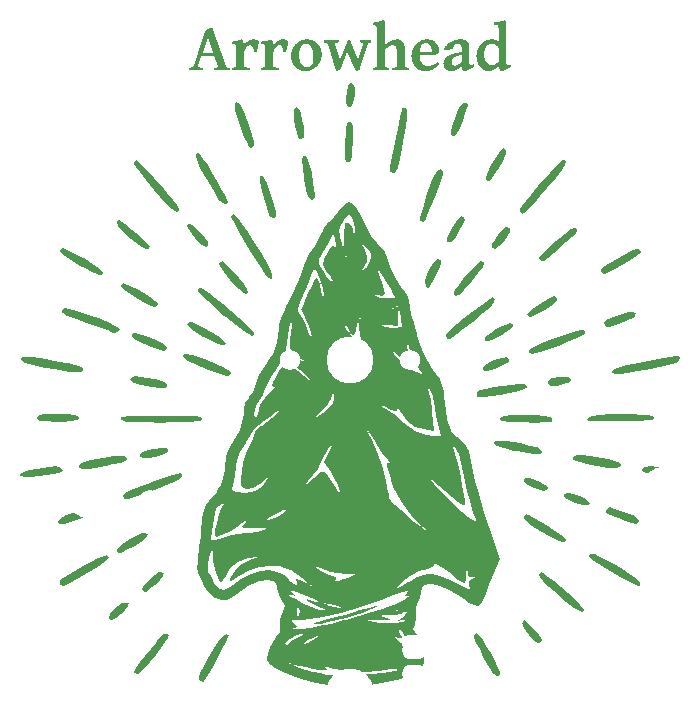
<source format=gbr>
%TF.GenerationSoftware,KiCad,Pcbnew,(7.0.0)*%
%TF.CreationDate,2024-04-21T21:40:01+02:00*%
%TF.ProjectId,Arrowhead,4172726f-7768-4656-9164-2e6b69636164,rev?*%
%TF.SameCoordinates,Original*%
%TF.FileFunction,Legend,Top*%
%TF.FilePolarity,Positive*%
%FSLAX46Y46*%
G04 Gerber Fmt 4.6, Leading zero omitted, Abs format (unit mm)*
G04 Created by KiCad (PCBNEW (7.0.0)) date 2024-04-21 21:40:01*
%MOMM*%
%LPD*%
G01*
G04 APERTURE LIST*
%ADD10C,0.600000*%
%ADD11C,1.750000*%
%ADD12C,3.987800*%
%ADD13O,2.100000X1.600000*%
%ADD14C,1.600000*%
%ADD15C,0.650000*%
%ADD16O,1.000000X1.600000*%
%ADD17O,1.000000X2.100000*%
G04 APERTURE END LIST*
D10*
G36*
X170447157Y-46515892D02*
G01*
X170462788Y-46552040D01*
X170482328Y-46584280D01*
X170510614Y-46614253D01*
X170542900Y-46637036D01*
X170580834Y-46654908D01*
X170619302Y-46668738D01*
X170640597Y-46675138D01*
X170680611Y-46684946D01*
X170721354Y-46692794D01*
X170761334Y-46698992D01*
X170788120Y-46702493D01*
X170788120Y-46903750D01*
X169422314Y-46903750D01*
X169422314Y-46702493D01*
X169473635Y-46698418D01*
X169520621Y-46693517D01*
X169563272Y-46687793D01*
X169610489Y-46679478D01*
X169650933Y-46669876D01*
X169690523Y-46656652D01*
X169711497Y-46646806D01*
X169742943Y-46623114D01*
X169762409Y-46588871D01*
X169765028Y-46546590D01*
X169757415Y-46513938D01*
X169477024Y-45715752D01*
X168386724Y-45715752D01*
X168122942Y-46513938D01*
X168116469Y-46553994D01*
X168127580Y-46592050D01*
X168158166Y-46622687D01*
X168189376Y-46638990D01*
X168229516Y-46652832D01*
X168269997Y-46663685D01*
X168316870Y-46673917D01*
X168358972Y-46681656D01*
X168405164Y-46688999D01*
X168455448Y-46695945D01*
X168495845Y-46700893D01*
X168509822Y-46702493D01*
X168509822Y-46903750D01*
X167309125Y-46903750D01*
X167309125Y-46702493D01*
X167354432Y-46694159D01*
X167397052Y-46685763D01*
X167436986Y-46677306D01*
X167483125Y-46666649D01*
X167525066Y-46655896D01*
X167562809Y-46645049D01*
X167596354Y-46634105D01*
X167636873Y-46616093D01*
X167670379Y-46593687D01*
X167700085Y-46562699D01*
X167720632Y-46525971D01*
X167724337Y-46515892D01*
X168087608Y-45403121D01*
X168496145Y-45403121D01*
X169361741Y-45403121D01*
X168908427Y-44125243D01*
X168496145Y-45403121D01*
X168087608Y-45403121D01*
X168682746Y-43580093D01*
X168716513Y-43553226D01*
X168751379Y-43527336D01*
X168787343Y-43502424D01*
X168824407Y-43478488D01*
X168862387Y-43455651D01*
X168901099Y-43434036D01*
X168940545Y-43413641D01*
X168980723Y-43394468D01*
X169021206Y-43376455D01*
X169061567Y-43359542D01*
X169101806Y-43343727D01*
X169141923Y-43329011D01*
X169181429Y-43314784D01*
X169219836Y-43301412D01*
X169257144Y-43288894D01*
X169293353Y-43277232D01*
X170447157Y-46515892D01*
G37*
G36*
X173230548Y-44396841D02*
G01*
X173245535Y-44434244D01*
X173247157Y-44466206D01*
X173245656Y-44508951D01*
X173242195Y-44548562D01*
X173236726Y-44592345D01*
X173234456Y-44607867D01*
X173227922Y-44650731D01*
X173221104Y-44690442D01*
X173213256Y-44732209D01*
X173204381Y-44776034D01*
X173200262Y-44795445D01*
X173192065Y-44834142D01*
X173183592Y-44872565D01*
X173174845Y-44910713D01*
X173164293Y-44954871D01*
X173153367Y-44998655D01*
X173142541Y-45041171D01*
X173131435Y-45082377D01*
X173120048Y-45122275D01*
X173108381Y-45160863D01*
X173101588Y-45182326D01*
X173088216Y-45222626D01*
X173073902Y-45262709D01*
X173058904Y-45300719D01*
X173051762Y-45317148D01*
X172851483Y-45317148D01*
X172847636Y-45276161D01*
X172842690Y-45235998D01*
X172836645Y-45196660D01*
X172829501Y-45158146D01*
X172819777Y-45114255D01*
X172818266Y-45108076D01*
X172806973Y-45066122D01*
X172794464Y-45026598D01*
X172780740Y-44989506D01*
X172763566Y-44950091D01*
X172756717Y-44936129D01*
X172737116Y-44901447D01*
X172712584Y-44867100D01*
X172685425Y-44837699D01*
X172665859Y-44820846D01*
X172631130Y-44798178D01*
X172594112Y-44783905D01*
X172554804Y-44778028D01*
X172546668Y-44777860D01*
X172507344Y-44780284D01*
X172465942Y-44787557D01*
X172426501Y-44798376D01*
X172389690Y-44813008D01*
X172351797Y-44833822D01*
X172317206Y-44857513D01*
X172290702Y-44878488D01*
X172259172Y-44906564D01*
X172231626Y-44934500D01*
X172203599Y-44966007D01*
X172175092Y-45001086D01*
X172150968Y-45033048D01*
X172141225Y-45046527D01*
X172116681Y-45082486D01*
X172091899Y-45121975D01*
X172071902Y-45156108D01*
X172051752Y-45192500D01*
X172031449Y-45231152D01*
X172010994Y-45272062D01*
X171990386Y-45315232D01*
X171980025Y-45337664D01*
X171980025Y-46536408D01*
X172001904Y-46572873D01*
X172039075Y-46596907D01*
X172080489Y-46615921D01*
X172094330Y-46621405D01*
X172133557Y-46635000D01*
X172179796Y-46648310D01*
X172221837Y-46658751D01*
X172268365Y-46669009D01*
X172319381Y-46679084D01*
X172360588Y-46686520D01*
X172404320Y-46693853D01*
X172450577Y-46701083D01*
X172466556Y-46703470D01*
X172466556Y-46903750D01*
X170958113Y-46903750D01*
X170958113Y-46704447D01*
X171002004Y-46694178D01*
X171043063Y-46683885D01*
X171081291Y-46673570D01*
X171133323Y-46658054D01*
X171178984Y-46642486D01*
X171218274Y-46626867D01*
X171260750Y-46605961D01*
X171297915Y-46579700D01*
X171320215Y-46542695D01*
X171320569Y-46537385D01*
X171320569Y-45087560D01*
X171320203Y-45043962D01*
X171319104Y-45004029D01*
X171316991Y-44963482D01*
X171314707Y-44935152D01*
X171310887Y-44895608D01*
X171305182Y-44856017D01*
X171301030Y-44835501D01*
X171290026Y-44796110D01*
X171280513Y-44775906D01*
X171260066Y-44742400D01*
X171258043Y-44739758D01*
X171226916Y-44714332D01*
X171217987Y-44708495D01*
X171180618Y-44692192D01*
X171165231Y-44687978D01*
X171126775Y-44680777D01*
X171087238Y-44676503D01*
X171084142Y-44676255D01*
X171043521Y-44672591D01*
X171003584Y-44669538D01*
X170962909Y-44666790D01*
X170958113Y-44666485D01*
X170958113Y-44474999D01*
X171004457Y-44468072D01*
X171048845Y-44461336D01*
X171091277Y-44454791D01*
X171131754Y-44448437D01*
X171177744Y-44441064D01*
X171220918Y-44433966D01*
X171262134Y-44426570D01*
X171302251Y-44419036D01*
X171341269Y-44411366D01*
X171385400Y-44402243D01*
X171428036Y-44392933D01*
X171469737Y-44382869D01*
X171511063Y-44372336D01*
X171552016Y-44361337D01*
X171592594Y-44349870D01*
X171615614Y-44343107D01*
X171657295Y-44330625D01*
X171694733Y-44319108D01*
X171733751Y-44306835D01*
X171774348Y-44293806D01*
X171816526Y-44280021D01*
X171823709Y-44277650D01*
X171938992Y-44392933D01*
X171975140Y-44789583D01*
X171998796Y-44756639D01*
X172023359Y-44724363D01*
X172048828Y-44692754D01*
X172075203Y-44661814D01*
X172102485Y-44631541D01*
X172130673Y-44601936D01*
X172142202Y-44590281D01*
X172171797Y-44561568D01*
X172201965Y-44534048D01*
X172232705Y-44507720D01*
X172264018Y-44482585D01*
X172295903Y-44458643D01*
X172328361Y-44435893D01*
X172341504Y-44427127D01*
X172374715Y-44405908D01*
X172415199Y-44382461D01*
X172456369Y-44361212D01*
X172498226Y-44342161D01*
X172540770Y-44325308D01*
X172562300Y-44317706D01*
X172605966Y-44304094D01*
X172649769Y-44293297D01*
X172693710Y-44285317D01*
X172737788Y-44280154D01*
X172782004Y-44277807D01*
X172796773Y-44277650D01*
X172835985Y-44278750D01*
X172875953Y-44282047D01*
X172916677Y-44287542D01*
X172958156Y-44295236D01*
X173000391Y-44305128D01*
X173014637Y-44308913D01*
X173057056Y-44321530D01*
X173098581Y-44335933D01*
X173139213Y-44352122D01*
X173178952Y-44370096D01*
X173217798Y-44389857D01*
X173230548Y-44396841D01*
G37*
G36*
X175715963Y-44396841D02*
G01*
X175730950Y-44434244D01*
X175732572Y-44466206D01*
X175731071Y-44508951D01*
X175727611Y-44548562D01*
X175722141Y-44592345D01*
X175719871Y-44607867D01*
X175713338Y-44650731D01*
X175706519Y-44690442D01*
X175698672Y-44732209D01*
X175689796Y-44776034D01*
X175685677Y-44795445D01*
X175677480Y-44834142D01*
X175669008Y-44872565D01*
X175660261Y-44910713D01*
X175649709Y-44954871D01*
X175638783Y-44998655D01*
X175627957Y-45041171D01*
X175616850Y-45082377D01*
X175605463Y-45122275D01*
X175593796Y-45160863D01*
X175587003Y-45182326D01*
X175573631Y-45222626D01*
X175559317Y-45262709D01*
X175544319Y-45300719D01*
X175537178Y-45317148D01*
X175336898Y-45317148D01*
X175333052Y-45276161D01*
X175328106Y-45235998D01*
X175322061Y-45196660D01*
X175314917Y-45158146D01*
X175305193Y-45114255D01*
X175303681Y-45108076D01*
X175292388Y-45066122D01*
X175279879Y-45026598D01*
X175266155Y-44989506D01*
X175248981Y-44950091D01*
X175242132Y-44936129D01*
X175222532Y-44901447D01*
X175198000Y-44867100D01*
X175170840Y-44837699D01*
X175151274Y-44820846D01*
X175116546Y-44798178D01*
X175079528Y-44783905D01*
X175040220Y-44778028D01*
X175032083Y-44777860D01*
X174992759Y-44780284D01*
X174951357Y-44787557D01*
X174911916Y-44798376D01*
X174875105Y-44813008D01*
X174837212Y-44833822D01*
X174802621Y-44857513D01*
X174776117Y-44878488D01*
X174744588Y-44906564D01*
X174717042Y-44934500D01*
X174689015Y-44966007D01*
X174660507Y-45001086D01*
X174636383Y-45033048D01*
X174626640Y-45046527D01*
X174602097Y-45082486D01*
X174577315Y-45121975D01*
X174557317Y-45156108D01*
X174537167Y-45192500D01*
X174516864Y-45231152D01*
X174496409Y-45272062D01*
X174475801Y-45315232D01*
X174465440Y-45337664D01*
X174465440Y-46536408D01*
X174487319Y-46572873D01*
X174524490Y-46596907D01*
X174565904Y-46615921D01*
X174579746Y-46621405D01*
X174618972Y-46635000D01*
X174665211Y-46648310D01*
X174707252Y-46658751D01*
X174753780Y-46669009D01*
X174804796Y-46679084D01*
X174846004Y-46686520D01*
X174889736Y-46693853D01*
X174935992Y-46701083D01*
X174951972Y-46703470D01*
X174951972Y-46903750D01*
X173443528Y-46903750D01*
X173443528Y-46704447D01*
X173487419Y-46694178D01*
X173528479Y-46683885D01*
X173566706Y-46673570D01*
X173618739Y-46658054D01*
X173664400Y-46642486D01*
X173703689Y-46626867D01*
X173746165Y-46605961D01*
X173783331Y-46579700D01*
X173805630Y-46542695D01*
X173805984Y-46537385D01*
X173805984Y-45087560D01*
X173805618Y-45043962D01*
X173804519Y-45004029D01*
X173802406Y-44963482D01*
X173800122Y-44935152D01*
X173796302Y-44895608D01*
X173790597Y-44856017D01*
X173786445Y-44835501D01*
X173775441Y-44796110D01*
X173765928Y-44775906D01*
X173745482Y-44742400D01*
X173743458Y-44739758D01*
X173712331Y-44714332D01*
X173703402Y-44708495D01*
X173666033Y-44692192D01*
X173650646Y-44687978D01*
X173612190Y-44680777D01*
X173572653Y-44676503D01*
X173569557Y-44676255D01*
X173528937Y-44672591D01*
X173488999Y-44669538D01*
X173448324Y-44666790D01*
X173443528Y-44666485D01*
X173443528Y-44474999D01*
X173489872Y-44468072D01*
X173534260Y-44461336D01*
X173576693Y-44454791D01*
X173617169Y-44448437D01*
X173663159Y-44441064D01*
X173706333Y-44433966D01*
X173747549Y-44426570D01*
X173787666Y-44419036D01*
X173826684Y-44411366D01*
X173870815Y-44402243D01*
X173913451Y-44392933D01*
X173955152Y-44382869D01*
X173996478Y-44372336D01*
X174037431Y-44361337D01*
X174078010Y-44349870D01*
X174101030Y-44343107D01*
X174142710Y-44330625D01*
X174180148Y-44319108D01*
X174219166Y-44306835D01*
X174259764Y-44293806D01*
X174301941Y-44280021D01*
X174309125Y-44277650D01*
X174424407Y-44392933D01*
X174460555Y-44789583D01*
X174484211Y-44756639D01*
X174508774Y-44724363D01*
X174534243Y-44692754D01*
X174560618Y-44661814D01*
X174587900Y-44631541D01*
X174616088Y-44601936D01*
X174627617Y-44590281D01*
X174657213Y-44561568D01*
X174687380Y-44534048D01*
X174718121Y-44507720D01*
X174749433Y-44482585D01*
X174781318Y-44458643D01*
X174813776Y-44435893D01*
X174826919Y-44427127D01*
X174860131Y-44405908D01*
X174900614Y-44382461D01*
X174941784Y-44361212D01*
X174983641Y-44342161D01*
X175026185Y-44325308D01*
X175047715Y-44317706D01*
X175091381Y-44304094D01*
X175135184Y-44293297D01*
X175179125Y-44285317D01*
X175223203Y-44280154D01*
X175267419Y-44277807D01*
X175282188Y-44277650D01*
X175321400Y-44278750D01*
X175361368Y-44282047D01*
X175402092Y-44287542D01*
X175443571Y-44295236D01*
X175485806Y-44305128D01*
X175500053Y-44308913D01*
X175542471Y-44321530D01*
X175583996Y-44335933D01*
X175624628Y-44352122D01*
X175664367Y-44370096D01*
X175703213Y-44389857D01*
X175715963Y-44396841D01*
G37*
G36*
X177383015Y-44278509D02*
G01*
X177434223Y-44281085D01*
X177484521Y-44285378D01*
X177533909Y-44291389D01*
X177582386Y-44299117D01*
X177629953Y-44308562D01*
X177676610Y-44319725D01*
X177722357Y-44332605D01*
X177767194Y-44347202D01*
X177811120Y-44363517D01*
X177839899Y-44375348D01*
X177882363Y-44394327D01*
X177923659Y-44414629D01*
X177963787Y-44436253D01*
X178002748Y-44459199D01*
X178040541Y-44483468D01*
X178077166Y-44509059D01*
X178112623Y-44535973D01*
X178146912Y-44564208D01*
X178180034Y-44593766D01*
X178211988Y-44624647D01*
X178232642Y-44645969D01*
X178262746Y-44678775D01*
X178291512Y-44712716D01*
X178318938Y-44747789D01*
X178345024Y-44783996D01*
X178369771Y-44821337D01*
X178393178Y-44859811D01*
X178415246Y-44899418D01*
X178435974Y-44940159D01*
X178455362Y-44982033D01*
X178473412Y-45025041D01*
X178484700Y-45054343D01*
X178500414Y-45099025D01*
X178514582Y-45144411D01*
X178527204Y-45190501D01*
X178538281Y-45237296D01*
X178547812Y-45284794D01*
X178555798Y-45332997D01*
X178562238Y-45381904D01*
X178567132Y-45431515D01*
X178570481Y-45481830D01*
X178572284Y-45532849D01*
X178572628Y-45567253D01*
X178571849Y-45612789D01*
X178569514Y-45658050D01*
X178565621Y-45703036D01*
X178560171Y-45747748D01*
X178553165Y-45792185D01*
X178544601Y-45836347D01*
X178534480Y-45880235D01*
X178522802Y-45923847D01*
X178509949Y-45966803D01*
X178495813Y-46009210D01*
X178480395Y-46051067D01*
X178463695Y-46092375D01*
X178445713Y-46133133D01*
X178426448Y-46173341D01*
X178405901Y-46213000D01*
X178384072Y-46252110D01*
X178361297Y-46290349D01*
X178337422Y-46327886D01*
X178312448Y-46364721D01*
X178286375Y-46400853D01*
X178259203Y-46436284D01*
X178230932Y-46471012D01*
X178201562Y-46505038D01*
X178171092Y-46538362D01*
X178139890Y-46570770D01*
X178107834Y-46602049D01*
X178074922Y-46632197D01*
X178041155Y-46661216D01*
X178006534Y-46689106D01*
X177971058Y-46715866D01*
X177934726Y-46741496D01*
X177897540Y-46765997D01*
X177859820Y-46789032D01*
X177821398Y-46810754D01*
X177782273Y-46831164D01*
X177742446Y-46850260D01*
X177701917Y-46868044D01*
X177660686Y-46884515D01*
X177618752Y-46899674D01*
X177576117Y-46913519D01*
X177533206Y-46925884D01*
X177489960Y-46936600D01*
X177446378Y-46945668D01*
X177402460Y-46953087D01*
X177358206Y-46958857D01*
X177313617Y-46962978D01*
X177268691Y-46965451D01*
X177223430Y-46966276D01*
X177170771Y-46965417D01*
X177119039Y-46962841D01*
X177068235Y-46958548D01*
X177018358Y-46952537D01*
X176969408Y-46944809D01*
X176921386Y-46935364D01*
X176874291Y-46924201D01*
X176828123Y-46911321D01*
X176782883Y-46896724D01*
X176738570Y-46880409D01*
X176709543Y-46868579D01*
X176666913Y-46849616D01*
X176625485Y-46829366D01*
X176585260Y-46807828D01*
X176546236Y-46785002D01*
X176508415Y-46760887D01*
X176471796Y-46735485D01*
X176436379Y-46708795D01*
X176402164Y-46680817D01*
X176369151Y-46651551D01*
X176337340Y-46620996D01*
X176316801Y-46599911D01*
X176287028Y-46567279D01*
X176258526Y-46533496D01*
X176231295Y-46498563D01*
X176205334Y-46462479D01*
X176180645Y-46425244D01*
X176157226Y-46386859D01*
X176135078Y-46347323D01*
X176114201Y-46306637D01*
X176094595Y-46264800D01*
X176076260Y-46221812D01*
X176064742Y-46192514D01*
X176048854Y-46147824D01*
X176034528Y-46102412D01*
X176021766Y-46056278D01*
X176010566Y-46009424D01*
X176000929Y-45961848D01*
X175992855Y-45913551D01*
X175986343Y-45864532D01*
X175981394Y-45814793D01*
X175978008Y-45764332D01*
X175976185Y-45713150D01*
X175975838Y-45678627D01*
X175976656Y-45631733D01*
X176670464Y-45631733D01*
X176670911Y-45671435D01*
X176672250Y-45710673D01*
X176675426Y-45762269D01*
X176680188Y-45813041D01*
X176686539Y-45862989D01*
X176694476Y-45912112D01*
X176704002Y-45960411D01*
X176715115Y-46007886D01*
X176721267Y-46031314D01*
X176734517Y-46077216D01*
X176748866Y-46121623D01*
X176764315Y-46164533D01*
X176780862Y-46205948D01*
X176798509Y-46245866D01*
X176817254Y-46284289D01*
X176837099Y-46321215D01*
X176858043Y-46356646D01*
X176880208Y-46390183D01*
X176903228Y-46421919D01*
X176933205Y-46459057D01*
X176964517Y-46493380D01*
X176997166Y-46524888D01*
X177031150Y-46553582D01*
X177059299Y-46574510D01*
X177095306Y-46597308D01*
X177131885Y-46616241D01*
X177169037Y-46631311D01*
X177206761Y-46642517D01*
X177252785Y-46650863D01*
X177299634Y-46653645D01*
X177340041Y-46652683D01*
X177388102Y-46648776D01*
X177433445Y-46641864D01*
X177476068Y-46631946D01*
X177515972Y-46619023D01*
X177553157Y-46603095D01*
X177574163Y-46592096D01*
X177607637Y-46571173D01*
X177639059Y-46547483D01*
X177668430Y-46521027D01*
X177695750Y-46491803D01*
X177721019Y-46459813D01*
X177744236Y-46425056D01*
X177752949Y-46410379D01*
X177773623Y-46371820D01*
X177792295Y-46330637D01*
X177808962Y-46286831D01*
X177823626Y-46240401D01*
X177833915Y-46201368D01*
X177842922Y-46160656D01*
X177850646Y-46118265D01*
X177857515Y-46074224D01*
X177863469Y-46028566D01*
X177868506Y-45981290D01*
X177872628Y-45932396D01*
X177875833Y-45881883D01*
X177878123Y-45829753D01*
X177879239Y-45789593D01*
X177879840Y-45748523D01*
X177879955Y-45720637D01*
X177879551Y-45680875D01*
X177878341Y-45641457D01*
X177876323Y-45602382D01*
X177872377Y-45550816D01*
X177866996Y-45499861D01*
X177860180Y-45449516D01*
X177851929Y-45399782D01*
X177842243Y-45350659D01*
X177834037Y-45314217D01*
X177822207Y-45266574D01*
X177809186Y-45220367D01*
X177794974Y-45175594D01*
X177779571Y-45132256D01*
X177762978Y-45090353D01*
X177745194Y-45049885D01*
X177726219Y-45010852D01*
X177706054Y-44973254D01*
X177684988Y-44937335D01*
X177662823Y-44903340D01*
X177639559Y-44871267D01*
X177608933Y-44833882D01*
X177576590Y-44799502D01*
X177542530Y-44768127D01*
X177506752Y-44739758D01*
X177469848Y-44714709D01*
X177431800Y-44693905D01*
X177392606Y-44677347D01*
X177352268Y-44665035D01*
X177310785Y-44656968D01*
X177268157Y-44653147D01*
X177250785Y-44652807D01*
X177208959Y-44653968D01*
X177168964Y-44657448D01*
X177121547Y-44665062D01*
X177076991Y-44676301D01*
X177035298Y-44691165D01*
X176996467Y-44709655D01*
X176967464Y-44727057D01*
X176933475Y-44751668D01*
X176901728Y-44779092D01*
X176872223Y-44809332D01*
X176844961Y-44842386D01*
X176819940Y-44878254D01*
X176797162Y-44916937D01*
X176788678Y-44933198D01*
X176768895Y-44975301D01*
X176751068Y-45019790D01*
X176738215Y-45057098D01*
X176726613Y-45095933D01*
X176716264Y-45136294D01*
X176707166Y-45178181D01*
X176699319Y-45221596D01*
X176695866Y-45243875D01*
X176689912Y-45289258D01*
X176684753Y-45335527D01*
X176680387Y-45382681D01*
X176676815Y-45430721D01*
X176674036Y-45479646D01*
X176672052Y-45529456D01*
X176670861Y-45580152D01*
X176670464Y-45631733D01*
X175976656Y-45631733D01*
X175976714Y-45628398D01*
X175979341Y-45578461D01*
X175983720Y-45528816D01*
X175989851Y-45479463D01*
X175997734Y-45430401D01*
X176007368Y-45381632D01*
X176018754Y-45333154D01*
X176031891Y-45284969D01*
X176046781Y-45237075D01*
X176063422Y-45189474D01*
X176075489Y-45157902D01*
X176095052Y-45110964D01*
X176116006Y-45065040D01*
X176138352Y-45020129D01*
X176162088Y-44976231D01*
X176187216Y-44933346D01*
X176213734Y-44891475D01*
X176241644Y-44850616D01*
X176270944Y-44810771D01*
X176301636Y-44771940D01*
X176333718Y-44734121D01*
X176355880Y-44709472D01*
X176390361Y-44673514D01*
X176426027Y-44638912D01*
X176462878Y-44605668D01*
X176500914Y-44573780D01*
X176540135Y-44543248D01*
X176580541Y-44514074D01*
X176622132Y-44486256D01*
X176664908Y-44459795D01*
X176708869Y-44434690D01*
X176754014Y-44410942D01*
X176784770Y-44395864D01*
X176831902Y-44374738D01*
X176879876Y-44355690D01*
X176928691Y-44338720D01*
X176978348Y-44323828D01*
X177028846Y-44311013D01*
X177080186Y-44300277D01*
X177132367Y-44291619D01*
X177185389Y-44285039D01*
X177239253Y-44280536D01*
X177293959Y-44278112D01*
X177330897Y-44277650D01*
X177383015Y-44278509D01*
G37*
G36*
X182733549Y-44539479D02*
G01*
X182692453Y-44550315D01*
X182652229Y-44561993D01*
X182614595Y-44574398D01*
X182608496Y-44576604D01*
X182569975Y-44592178D01*
X182534193Y-44610435D01*
X182530339Y-44612752D01*
X182498206Y-44637023D01*
X182484421Y-44653784D01*
X182466118Y-44689761D01*
X182459020Y-44709472D01*
X181851344Y-46723010D01*
X181836326Y-46762019D01*
X181812765Y-46797103D01*
X181783933Y-46825592D01*
X181751132Y-46850608D01*
X181716232Y-46873143D01*
X181679233Y-46893197D01*
X181671581Y-46896911D01*
X181633303Y-46913473D01*
X181595408Y-46927746D01*
X181557893Y-46939730D01*
X181550436Y-46941851D01*
X181509633Y-46953071D01*
X181470016Y-46963036D01*
X181455670Y-46966276D01*
X180755182Y-45368927D01*
X180197331Y-46723010D01*
X180181131Y-46760181D01*
X180159397Y-46793535D01*
X180132130Y-46823073D01*
X180126012Y-46828523D01*
X180094528Y-46853539D01*
X180061135Y-46876074D01*
X180025834Y-46896128D01*
X180018545Y-46899842D01*
X179982519Y-46916214D01*
X179942891Y-46931137D01*
X179903263Y-46942828D01*
X179863192Y-46953453D01*
X179824429Y-46963070D01*
X179810450Y-46966276D01*
X179070883Y-44709472D01*
X179050458Y-44673385D01*
X179021264Y-44644152D01*
X178985526Y-44618495D01*
X178981002Y-44615683D01*
X178946287Y-44596342D01*
X178905401Y-44578497D01*
X178865444Y-44564392D01*
X178820954Y-44551386D01*
X178780415Y-44541387D01*
X178771930Y-44539479D01*
X178771930Y-44340177D01*
X180016591Y-44340177D01*
X180016591Y-44539479D01*
X179974082Y-44544780D01*
X179935213Y-44550424D01*
X179894467Y-44557443D01*
X179853969Y-44566037D01*
X179831944Y-44571719D01*
X179794563Y-44583282D01*
X179756523Y-44600026D01*
X179737178Y-44612752D01*
X179711352Y-44643506D01*
X179706891Y-44660623D01*
X179711108Y-44700313D01*
X179713730Y-44709472D01*
X180126012Y-46001028D01*
X180782537Y-44340177D01*
X180994540Y-44340177D01*
X181684282Y-46001028D01*
X182079955Y-44709472D01*
X182088729Y-44670599D01*
X182088748Y-44654761D01*
X182072326Y-44617652D01*
X182064323Y-44609821D01*
X182030863Y-44589125D01*
X181993741Y-44574787D01*
X181987143Y-44572696D01*
X181946024Y-44561277D01*
X181905169Y-44551935D01*
X181863403Y-44543631D01*
X181840597Y-44539479D01*
X181840597Y-44340177D01*
X182733549Y-44340177D01*
X182733549Y-44539479D01*
G37*
G36*
X184571232Y-46903750D02*
G01*
X184571232Y-46704447D01*
X184618768Y-46691716D01*
X184662701Y-46679412D01*
X184703032Y-46667536D01*
X184748379Y-46653292D01*
X184788097Y-46639715D01*
X184828328Y-46624305D01*
X184850646Y-46614566D01*
X184886977Y-46595088D01*
X184917793Y-46570911D01*
X184933688Y-46537385D01*
X184933688Y-45337664D01*
X184933398Y-45297059D01*
X184932220Y-45248878D01*
X184930135Y-45203560D01*
X184927144Y-45161103D01*
X184923247Y-45121509D01*
X184917374Y-45077775D01*
X184915126Y-45064112D01*
X184907844Y-45025060D01*
X184897613Y-44983580D01*
X184883630Y-44941555D01*
X184867205Y-44905270D01*
X184860415Y-44893142D01*
X184837755Y-44860436D01*
X184808408Y-44831165D01*
X184774672Y-44809336D01*
X184763695Y-44804238D01*
X184724769Y-44790328D01*
X184685820Y-44782213D01*
X184643161Y-44778272D01*
X184623011Y-44777860D01*
X184583047Y-44779402D01*
X184542778Y-44784027D01*
X184502203Y-44791736D01*
X184461323Y-44802528D01*
X184420137Y-44816404D01*
X184378646Y-44833364D01*
X184336850Y-44853407D01*
X184294749Y-44876534D01*
X184251655Y-44902301D01*
X184218233Y-44923390D01*
X184183867Y-44945990D01*
X184148555Y-44970102D01*
X184112300Y-44995724D01*
X184075099Y-45022858D01*
X184036955Y-45051503D01*
X183997865Y-45081660D01*
X183957831Y-45113327D01*
X183916853Y-45146506D01*
X183902984Y-45157902D01*
X183902984Y-46537385D01*
X183920935Y-46573850D01*
X183955740Y-46600583D01*
X183991003Y-46619637D01*
X183996773Y-46622382D01*
X184034898Y-46638662D01*
X184078930Y-46654530D01*
X184120136Y-46667439D01*
X184165445Y-46680061D01*
X184204646Y-46689953D01*
X184246473Y-46699662D01*
X184268371Y-46704447D01*
X184268371Y-46903750D01*
X182881071Y-46903750D01*
X182881071Y-46703470D01*
X182925066Y-46691899D01*
X182966190Y-46680634D01*
X183004445Y-46669673D01*
X183048227Y-46656402D01*
X183087525Y-46643608D01*
X183128764Y-46628885D01*
X183152670Y-46619451D01*
X183188072Y-46602788D01*
X183220813Y-46580128D01*
X183242729Y-46544941D01*
X183243528Y-46536408D01*
X183243528Y-43425731D01*
X183243287Y-43384286D01*
X183242399Y-43340449D01*
X183240583Y-43296302D01*
X183237517Y-43254227D01*
X183236689Y-43245969D01*
X183228755Y-43205102D01*
X183212727Y-43168420D01*
X183195656Y-43146318D01*
X183164378Y-43122229D01*
X183125809Y-43105458D01*
X183087212Y-43095515D01*
X183046485Y-43087638D01*
X183004938Y-43080646D01*
X182964935Y-43074578D01*
X182920880Y-43068441D01*
X182881071Y-43063275D01*
X182881071Y-42871789D01*
X182928241Y-42864790D01*
X182973884Y-42857840D01*
X183018000Y-42850937D01*
X183060590Y-42844082D01*
X183101653Y-42837275D01*
X183141190Y-42830515D01*
X183156577Y-42827825D01*
X183202052Y-42819295D01*
X183246153Y-42810560D01*
X183288881Y-42801618D01*
X183330234Y-42792471D01*
X183370214Y-42783117D01*
X183383235Y-42779953D01*
X183422127Y-42769924D01*
X183460400Y-42759620D01*
X183498056Y-42749041D01*
X183541205Y-42736352D01*
X183583514Y-42723289D01*
X183626063Y-42709525D01*
X183669079Y-42694732D01*
X183706322Y-42681233D01*
X183743909Y-42666980D01*
X183781839Y-42651970D01*
X183902984Y-42765299D01*
X183902984Y-44767113D01*
X183942276Y-44735312D01*
X183981263Y-44704633D01*
X184019945Y-44675075D01*
X184058322Y-44646640D01*
X184096393Y-44619327D01*
X184134159Y-44593136D01*
X184171620Y-44568067D01*
X184208776Y-44544119D01*
X184245626Y-44521294D01*
X184282171Y-44499591D01*
X184318410Y-44479010D01*
X184354344Y-44459550D01*
X184389973Y-44441213D01*
X184425297Y-44423998D01*
X184477710Y-44400278D01*
X184495028Y-44392933D01*
X184546319Y-44372331D01*
X184596511Y-44353755D01*
X184645604Y-44337206D01*
X184693598Y-44322683D01*
X184740492Y-44310186D01*
X184786288Y-44299716D01*
X184830984Y-44291273D01*
X184874582Y-44284856D01*
X184917080Y-44280465D01*
X184958479Y-44278101D01*
X184985468Y-44277650D01*
X185029489Y-44278956D01*
X185072892Y-44282871D01*
X185115676Y-44289397D01*
X185157842Y-44298533D01*
X185199390Y-44310280D01*
X185213102Y-44314775D01*
X185253574Y-44330311D01*
X185292191Y-44349076D01*
X185328953Y-44371069D01*
X185363861Y-44396291D01*
X185396914Y-44424742D01*
X185407519Y-44434943D01*
X185437859Y-44467904D01*
X185465863Y-44504506D01*
X185487416Y-44537789D01*
X185507346Y-44573600D01*
X185525655Y-44611940D01*
X185542342Y-44652807D01*
X185556977Y-44696041D01*
X185569132Y-44742090D01*
X185577070Y-44780955D01*
X185583420Y-44821621D01*
X185588183Y-44864089D01*
X185591358Y-44908358D01*
X185592946Y-44954428D01*
X185593144Y-44978139D01*
X185593144Y-46537385D01*
X185608731Y-46573350D01*
X185609753Y-46574510D01*
X185642070Y-46598433D01*
X185667394Y-46611635D01*
X185705731Y-46627523D01*
X185745979Y-46642226D01*
X185779746Y-46653645D01*
X185817664Y-46665613D01*
X185860101Y-46678069D01*
X185900941Y-46689369D01*
X185945239Y-46701043D01*
X185958531Y-46704447D01*
X185958531Y-46903750D01*
X184571232Y-46903750D01*
G37*
G36*
X187553037Y-44278449D02*
G01*
X187601664Y-44280845D01*
X187649002Y-44284837D01*
X187695052Y-44290427D01*
X187739814Y-44297614D01*
X187783289Y-44306399D01*
X187825475Y-44316780D01*
X187866373Y-44328758D01*
X187905984Y-44342334D01*
X187944306Y-44357506D01*
X187969138Y-44368509D01*
X188005348Y-44386068D01*
X188040339Y-44404676D01*
X188085097Y-44431115D01*
X188127686Y-44459417D01*
X188168109Y-44489581D01*
X188206363Y-44521607D01*
X188242450Y-44555496D01*
X188276369Y-44591247D01*
X188292516Y-44609821D01*
X188323474Y-44648182D01*
X188352355Y-44688039D01*
X188379161Y-44729393D01*
X188403891Y-44772242D01*
X188426544Y-44816588D01*
X188447122Y-44862429D01*
X188465623Y-44909766D01*
X188482048Y-44958599D01*
X188496703Y-45008227D01*
X188509404Y-45058434D01*
X188520150Y-45109221D01*
X188528943Y-45160588D01*
X188534255Y-45199494D01*
X188538469Y-45238727D01*
X188541583Y-45278286D01*
X188543598Y-45318171D01*
X188544514Y-45358382D01*
X188544575Y-45371858D01*
X188514533Y-45399702D01*
X188481851Y-45424483D01*
X188473256Y-45430477D01*
X188440092Y-45452295D01*
X188405081Y-45473421D01*
X188371651Y-45492026D01*
X188333806Y-45511945D01*
X188295500Y-45531402D01*
X188260276Y-45548690D01*
X188222820Y-45565555D01*
X188185382Y-45581057D01*
X188159648Y-45590700D01*
X186860276Y-45590700D01*
X186862398Y-45641243D01*
X186865832Y-45690778D01*
X186870580Y-45739306D01*
X186876640Y-45786827D01*
X186884013Y-45833340D01*
X186892699Y-45878845D01*
X186902698Y-45923343D01*
X186914009Y-45966834D01*
X186926603Y-46009088D01*
X186940449Y-46049877D01*
X186955546Y-46089200D01*
X186971895Y-46127057D01*
X186989496Y-46163449D01*
X187008348Y-46198376D01*
X187033674Y-46239974D01*
X187049808Y-46263833D01*
X187078192Y-46301576D01*
X187108389Y-46336648D01*
X187140398Y-46369048D01*
X187174220Y-46398777D01*
X187209854Y-46425835D01*
X187247302Y-46450221D01*
X187262788Y-46459228D01*
X187302773Y-46479211D01*
X187344571Y-46495807D01*
X187388182Y-46509016D01*
X187433605Y-46518838D01*
X187480842Y-46525273D01*
X187519936Y-46527983D01*
X187550018Y-46528592D01*
X187592699Y-46527982D01*
X187634770Y-46526150D01*
X187676230Y-46523097D01*
X187717080Y-46518823D01*
X187758479Y-46512350D01*
X187801588Y-46502703D01*
X187840711Y-46491656D01*
X187881142Y-46478179D01*
X187892935Y-46473882D01*
X187929296Y-46459331D01*
X187967307Y-46442787D01*
X188006966Y-46424251D01*
X188048273Y-46403723D01*
X188083955Y-46385095D01*
X188105914Y-46373254D01*
X188143930Y-46351935D01*
X188184091Y-46328279D01*
X188217766Y-46307671D01*
X188252815Y-46285567D01*
X188289238Y-46261967D01*
X188327034Y-46236871D01*
X188366205Y-46210279D01*
X188386305Y-46196422D01*
X188417164Y-46220732D01*
X188425384Y-46229639D01*
X188452195Y-46260365D01*
X188469348Y-46283373D01*
X188492805Y-46315639D01*
X188506473Y-46336129D01*
X188527750Y-46369967D01*
X188528943Y-46372277D01*
X188493741Y-46407328D01*
X188459208Y-46441039D01*
X188425345Y-46473411D01*
X188392152Y-46504443D01*
X188359628Y-46534136D01*
X188327775Y-46562489D01*
X188296591Y-46589502D01*
X188266077Y-46615177D01*
X188226433Y-46647325D01*
X188187980Y-46677092D01*
X188150321Y-46704890D01*
X188113059Y-46731131D01*
X188076193Y-46755815D01*
X188039725Y-46778941D01*
X188003653Y-46800511D01*
X187967978Y-46820524D01*
X187932700Y-46838979D01*
X187897820Y-46855878D01*
X187854490Y-46874745D01*
X187811209Y-46891656D01*
X187767975Y-46906611D01*
X187724789Y-46919610D01*
X187681650Y-46930653D01*
X187638560Y-46939741D01*
X187621337Y-46942828D01*
X187577902Y-46949583D01*
X187533085Y-46955193D01*
X187486884Y-46959658D01*
X187439299Y-46962978D01*
X187400236Y-46964810D01*
X187360287Y-46965909D01*
X187319452Y-46966276D01*
X187275904Y-46965469D01*
X187232819Y-46963047D01*
X187190197Y-46959011D01*
X187148040Y-46953361D01*
X187106346Y-46946097D01*
X187065116Y-46937218D01*
X187024349Y-46926726D01*
X186984046Y-46914618D01*
X186944207Y-46900897D01*
X186904831Y-46885561D01*
X186878838Y-46874440D01*
X186840459Y-46856377D01*
X186802990Y-46836991D01*
X186766430Y-46816283D01*
X186730781Y-46794252D01*
X186696043Y-46770900D01*
X186662214Y-46746224D01*
X186629296Y-46720227D01*
X186597287Y-46692907D01*
X186566189Y-46664265D01*
X186536002Y-46634300D01*
X186516382Y-46613589D01*
X186487823Y-46581315D01*
X186460397Y-46547872D01*
X186434105Y-46513262D01*
X186408946Y-46477485D01*
X186384920Y-46440539D01*
X186362028Y-46402426D01*
X186340270Y-46363145D01*
X186319644Y-46322696D01*
X186300153Y-46281079D01*
X186281794Y-46238295D01*
X186270185Y-46209123D01*
X186253948Y-46164338D01*
X186239308Y-46118642D01*
X186226264Y-46072037D01*
X186214818Y-46024521D01*
X186204970Y-45976095D01*
X186196718Y-45926759D01*
X186190063Y-45876513D01*
X186185006Y-45825356D01*
X186181545Y-45773290D01*
X186179682Y-45720313D01*
X186179327Y-45684489D01*
X186179880Y-45638640D01*
X186181540Y-45593417D01*
X186184307Y-45548820D01*
X186188181Y-45504849D01*
X186193161Y-45461503D01*
X186199248Y-45418784D01*
X186206442Y-45376690D01*
X186213667Y-45340595D01*
X186869069Y-45340595D01*
X187783514Y-45340595D01*
X187825096Y-45337573D01*
X187863309Y-45322943D01*
X187867533Y-45319102D01*
X187884123Y-45282557D01*
X187888030Y-45240784D01*
X187888050Y-45237036D01*
X187886975Y-45197873D01*
X187883749Y-45156467D01*
X187878373Y-45112816D01*
X187872053Y-45073615D01*
X187865579Y-45039688D01*
X187856283Y-44998335D01*
X187844514Y-44957806D01*
X187830271Y-44918101D01*
X187813556Y-44879221D01*
X187794367Y-44841164D01*
X187787422Y-44828662D01*
X187765199Y-44792358D01*
X187740298Y-44758183D01*
X187712718Y-44726138D01*
X187682458Y-44696222D01*
X187649520Y-44668435D01*
X187637945Y-44659646D01*
X187601458Y-44636073D01*
X187561604Y-44617377D01*
X187518384Y-44603558D01*
X187479797Y-44595768D01*
X187438872Y-44591365D01*
X187404449Y-44590281D01*
X187365008Y-44591545D01*
X187319945Y-44596400D01*
X187277355Y-44604895D01*
X187237238Y-44617031D01*
X187199594Y-44632807D01*
X187181700Y-44642061D01*
X187147891Y-44663127D01*
X187116075Y-44687490D01*
X187086250Y-44715150D01*
X187058418Y-44746108D01*
X187032578Y-44780363D01*
X187024407Y-44792514D01*
X187001189Y-44830593D01*
X186979894Y-44871557D01*
X186963617Y-44907898D01*
X186948677Y-44946242D01*
X186935071Y-44986590D01*
X186922802Y-45028941D01*
X186911701Y-45073129D01*
X186901603Y-45118987D01*
X186892505Y-45166514D01*
X186885949Y-45205738D01*
X186880034Y-45246030D01*
X186874760Y-45287391D01*
X186870127Y-45329821D01*
X186869069Y-45340595D01*
X186213667Y-45340595D01*
X186214742Y-45335222D01*
X186224149Y-45294380D01*
X186234663Y-45254164D01*
X186246284Y-45214574D01*
X186259011Y-45175609D01*
X186272845Y-45137271D01*
X186287786Y-45099558D01*
X186303833Y-45062471D01*
X186320988Y-45026010D01*
X186339245Y-44990195D01*
X186358601Y-44955043D01*
X186379056Y-44920555D01*
X186400611Y-44886731D01*
X186423264Y-44853571D01*
X186447017Y-44821075D01*
X186471869Y-44789244D01*
X186497820Y-44758076D01*
X186524869Y-44727572D01*
X186553018Y-44697733D01*
X186582267Y-44668557D01*
X186612614Y-44640046D01*
X186644060Y-44612198D01*
X186676605Y-44585015D01*
X186710250Y-44558495D01*
X186744993Y-44532640D01*
X186777037Y-44510220D01*
X186810763Y-44488268D01*
X186846173Y-44466783D01*
X186883265Y-44445766D01*
X186905217Y-44433966D01*
X186944914Y-44413723D01*
X186985359Y-44394883D01*
X187026552Y-44377446D01*
X187068493Y-44361410D01*
X187092795Y-44352877D01*
X187135818Y-44338572D01*
X187179402Y-44325575D01*
X187217206Y-44315478D01*
X187255423Y-44306341D01*
X187294051Y-44298167D01*
X187333252Y-44291194D01*
X187372453Y-44285665D01*
X187411654Y-44281577D01*
X187450855Y-44278933D01*
X187490056Y-44277731D01*
X187503123Y-44277650D01*
X187553037Y-44278449D01*
G37*
G36*
X190395600Y-44278429D02*
G01*
X190440510Y-44280765D01*
X190483771Y-44284657D01*
X190525384Y-44290107D01*
X190565348Y-44297114D01*
X190603664Y-44305677D01*
X190649240Y-44318572D01*
X190675349Y-44327476D01*
X190717204Y-44343719D01*
X190756674Y-44361918D01*
X190793759Y-44382073D01*
X190828459Y-44404183D01*
X190860773Y-44428250D01*
X190890703Y-44454272D01*
X190902007Y-44465229D01*
X190928973Y-44493775D01*
X190958374Y-44530045D01*
X190984546Y-44568513D01*
X191007490Y-44609180D01*
X191024143Y-44644747D01*
X191035852Y-44674301D01*
X191048517Y-44712330D01*
X191059036Y-44751314D01*
X191067408Y-44791251D01*
X191073633Y-44832143D01*
X191077712Y-44873988D01*
X191079644Y-44916788D01*
X191079815Y-44934175D01*
X191079815Y-46253087D01*
X191080880Y-46293684D01*
X191084814Y-46335318D01*
X191092858Y-46375343D01*
X191108238Y-46414041D01*
X191110101Y-46417218D01*
X191135564Y-46446985D01*
X191172215Y-46464349D01*
X191190213Y-46466066D01*
X191229292Y-46463135D01*
X191268733Y-46455148D01*
X191279118Y-46452389D01*
X191317022Y-46439881D01*
X191346529Y-46428941D01*
X191383234Y-46414623D01*
X191420053Y-46399968D01*
X191440318Y-46391816D01*
X191500890Y-46592096D01*
X191464344Y-46615742D01*
X191427369Y-46639055D01*
X191389965Y-46662034D01*
X191352131Y-46684679D01*
X191313868Y-46706990D01*
X191275175Y-46728967D01*
X191259578Y-46737664D01*
X191220833Y-46758630D01*
X191182756Y-46778785D01*
X191145347Y-46798129D01*
X191108605Y-46816662D01*
X191072532Y-46834384D01*
X191037126Y-46851295D01*
X191023151Y-46857832D01*
X190982072Y-46876093D01*
X190942368Y-46892774D01*
X190904037Y-46907875D01*
X190867080Y-46921396D01*
X190825700Y-46935174D01*
X190819941Y-46936967D01*
X190781773Y-46948387D01*
X190743076Y-46958004D01*
X190702089Y-46964873D01*
X190678280Y-46966276D01*
X190635324Y-46960993D01*
X190595360Y-46945145D01*
X190558387Y-46918731D01*
X190529078Y-46887682D01*
X190506333Y-46855878D01*
X190486016Y-46819256D01*
X190468418Y-46778388D01*
X190453539Y-46733275D01*
X190443594Y-46694127D01*
X190435389Y-46652262D01*
X190428924Y-46607680D01*
X190424200Y-46560381D01*
X190423291Y-46548132D01*
X190392256Y-46577090D01*
X190361192Y-46604857D01*
X190330097Y-46631434D01*
X190298971Y-46656820D01*
X190267815Y-46681015D01*
X190228827Y-46709585D01*
X190189791Y-46736294D01*
X190174163Y-46746457D01*
X190135556Y-46770729D01*
X190097284Y-46793474D01*
X190059345Y-46814692D01*
X190021740Y-46834385D01*
X189984469Y-46852550D01*
X189947532Y-46869189D01*
X189932851Y-46875417D01*
X189889563Y-46892739D01*
X189846893Y-46908070D01*
X189804841Y-46921407D01*
X189763407Y-46932753D01*
X189722592Y-46942107D01*
X189709125Y-46944782D01*
X189669511Y-46952087D01*
X189625032Y-46958698D01*
X189582424Y-46963253D01*
X189541685Y-46965751D01*
X189513730Y-46966276D01*
X189470637Y-46964902D01*
X189427818Y-46960780D01*
X189385274Y-46953911D01*
X189343004Y-46944294D01*
X189301010Y-46931929D01*
X189287073Y-46927197D01*
X189246063Y-46911237D01*
X189206564Y-46892667D01*
X189168577Y-46871487D01*
X189132101Y-46847696D01*
X189097136Y-46821295D01*
X189085817Y-46811914D01*
X189053680Y-46781598D01*
X189023947Y-46748533D01*
X188996619Y-46712721D01*
X188971694Y-46674161D01*
X188952761Y-46639929D01*
X188942202Y-46618474D01*
X188926441Y-46580883D01*
X188913351Y-46541385D01*
X188902932Y-46499978D01*
X188895185Y-46456663D01*
X188890110Y-46411440D01*
X188887705Y-46364309D01*
X188887492Y-46344922D01*
X188888545Y-46300103D01*
X188891705Y-46256994D01*
X188896971Y-46215595D01*
X188901259Y-46192514D01*
X189585049Y-46192514D01*
X189586265Y-46231577D01*
X189590630Y-46272442D01*
X189599337Y-46313598D01*
X189610450Y-46345899D01*
X189628272Y-46381371D01*
X189650962Y-46414881D01*
X189676884Y-46442619D01*
X189710075Y-46467648D01*
X189747261Y-46486669D01*
X189760904Y-46491468D01*
X189800403Y-46501285D01*
X189841016Y-46505145D01*
X189880675Y-46503497D01*
X189921982Y-46498551D01*
X189950436Y-46493422D01*
X189991566Y-46482496D01*
X190031560Y-46468758D01*
X190069677Y-46453293D01*
X190078420Y-46449458D01*
X190114384Y-46431872D01*
X190151937Y-46411356D01*
X190186097Y-46391000D01*
X190221473Y-46368400D01*
X190231804Y-46361530D01*
X190264033Y-46339182D01*
X190297704Y-46314636D01*
X190332818Y-46287891D01*
X190369374Y-46258948D01*
X190400940Y-46233150D01*
X190420360Y-46216939D01*
X190420360Y-45609262D01*
X190379907Y-45616086D01*
X190341103Y-45622879D01*
X190294916Y-45631327D01*
X190251305Y-45639728D01*
X190210271Y-45648081D01*
X190171812Y-45656386D01*
X190142900Y-45662996D01*
X190102004Y-45672922D01*
X190063582Y-45682917D01*
X190021881Y-45694664D01*
X189983547Y-45706505D01*
X189953367Y-45716729D01*
X189916609Y-45730590D01*
X189879635Y-45746621D01*
X189843990Y-45764978D01*
X189828315Y-45774371D01*
X189794060Y-45797909D01*
X189763102Y-45823097D01*
X189744295Y-45840805D01*
X189714402Y-45872521D01*
X189687127Y-45905266D01*
X189662470Y-45939039D01*
X189640431Y-45973841D01*
X189629013Y-45994189D01*
X189611882Y-46031729D01*
X189598960Y-46072541D01*
X189590244Y-46116626D01*
X189586122Y-46157018D01*
X189585049Y-46192514D01*
X188901259Y-46192514D01*
X188904344Y-46175906D01*
X188913824Y-46137926D01*
X188928636Y-46092856D01*
X188946740Y-46050457D01*
X188954903Y-46034245D01*
X188976803Y-45994942D01*
X189000374Y-45957022D01*
X189025614Y-45920486D01*
X189052523Y-45885333D01*
X189081103Y-45851564D01*
X189111352Y-45819178D01*
X189123919Y-45806611D01*
X189153538Y-45778588D01*
X189185121Y-45750939D01*
X189218667Y-45723663D01*
X189254176Y-45696762D01*
X189275349Y-45681558D01*
X189309982Y-45659015D01*
X189348668Y-45636816D01*
X189384002Y-45618579D01*
X189422151Y-45600580D01*
X189463114Y-45582820D01*
X189506891Y-45565299D01*
X189544184Y-45551194D01*
X189583767Y-45537211D01*
X189625639Y-45523350D01*
X189669801Y-45509611D01*
X189716253Y-45495995D01*
X189764995Y-45482500D01*
X189803054Y-45472460D01*
X189842401Y-45462488D01*
X189869348Y-45455878D01*
X189911377Y-45446029D01*
X189955398Y-45436266D01*
X190001411Y-45426589D01*
X190049416Y-45416997D01*
X190099413Y-45407492D01*
X190151403Y-45398072D01*
X190205384Y-45388739D01*
X190261358Y-45379491D01*
X190319323Y-45370329D01*
X190359074Y-45364269D01*
X190399710Y-45358247D01*
X190420360Y-45355250D01*
X190420360Y-45037734D01*
X190419322Y-44996518D01*
X190416208Y-44956890D01*
X190410223Y-44914205D01*
X190403751Y-44882396D01*
X190392477Y-44843902D01*
X190375418Y-44804937D01*
X190353589Y-44769980D01*
X190346110Y-44760274D01*
X190317698Y-44730717D01*
X190283752Y-44705549D01*
X190248469Y-44686649D01*
X190235712Y-44681140D01*
X190194462Y-44667444D01*
X190153124Y-44659033D01*
X190113346Y-44654578D01*
X190070203Y-44652835D01*
X190063765Y-44652807D01*
X190022244Y-44655193D01*
X189980723Y-44662348D01*
X189939201Y-44674274D01*
X189930897Y-44677232D01*
X189891513Y-44694596D01*
X189855182Y-44716158D01*
X189821904Y-44741918D01*
X189815614Y-44747574D01*
X189786992Y-44777570D01*
X189762186Y-44811382D01*
X189741197Y-44849011D01*
X189737457Y-44856994D01*
X189724379Y-44894733D01*
X189717020Y-44935408D01*
X189715380Y-44979020D01*
X189716940Y-45004517D01*
X189691109Y-45034904D01*
X189672977Y-45045550D01*
X189634371Y-45064143D01*
X189596952Y-45080057D01*
X189559197Y-45094706D01*
X189554763Y-45096352D01*
X189513410Y-45111190D01*
X189474575Y-45124379D01*
X189433786Y-45137568D01*
X189396494Y-45149109D01*
X189353873Y-45161382D01*
X189311986Y-45172800D01*
X189270831Y-45183364D01*
X189230409Y-45193073D01*
X189191818Y-45201377D01*
X189150740Y-45209551D01*
X189112134Y-45216489D01*
X189087771Y-45220428D01*
X189046051Y-45225099D01*
X189005625Y-45224893D01*
X189002774Y-45224336D01*
X188945133Y-45075836D01*
X188962688Y-45034925D01*
X188982624Y-44994747D01*
X189004942Y-44955302D01*
X189029641Y-44916590D01*
X189056721Y-44878610D01*
X189086183Y-44841363D01*
X189118026Y-44804849D01*
X189152251Y-44769067D01*
X189188414Y-44733911D01*
X189226073Y-44699763D01*
X189265228Y-44666622D01*
X189305880Y-44634489D01*
X189337350Y-44611050D01*
X189369661Y-44588178D01*
X189402814Y-44565873D01*
X189436809Y-44544135D01*
X189471645Y-44522963D01*
X189483444Y-44516031D01*
X189519282Y-44495569D01*
X189555721Y-44475949D01*
X189592761Y-44457170D01*
X189630402Y-44439232D01*
X189668644Y-44422136D01*
X189707487Y-44405882D01*
X189746932Y-44390469D01*
X189786977Y-44375897D01*
X189827623Y-44362167D01*
X189868871Y-44349278D01*
X189896703Y-44341154D01*
X189938861Y-44329805D01*
X189981070Y-44319572D01*
X190023331Y-44310456D01*
X190065643Y-44302456D01*
X190108006Y-44295573D01*
X190150422Y-44289805D01*
X190192888Y-44285154D01*
X190235407Y-44281619D01*
X190277977Y-44279201D01*
X190320598Y-44277898D01*
X190349041Y-44277650D01*
X190395600Y-44278429D01*
G37*
G36*
X194209055Y-42752598D02*
G01*
X194209055Y-46067462D01*
X194209242Y-46107900D01*
X194209913Y-46150567D01*
X194211253Y-46194041D01*
X194212963Y-46228662D01*
X194216552Y-46270778D01*
X194220994Y-46310139D01*
X194224686Y-46335152D01*
X194233331Y-46373511D01*
X194243249Y-46398655D01*
X194269478Y-46428786D01*
X194272558Y-46430895D01*
X194307729Y-46443596D01*
X194347220Y-46444787D01*
X194358531Y-46443596D01*
X194397198Y-46435859D01*
X194435666Y-46424105D01*
X194438643Y-46423080D01*
X194478256Y-46408288D01*
X194516934Y-46392393D01*
X194556150Y-46375314D01*
X194560764Y-46373254D01*
X194637945Y-46573533D01*
X194598466Y-46599479D01*
X194558795Y-46624805D01*
X194518934Y-46649511D01*
X194478882Y-46673596D01*
X194438639Y-46697062D01*
X194398206Y-46719907D01*
X194381979Y-46728872D01*
X194342108Y-46750729D01*
X194303096Y-46771729D01*
X194264942Y-46791869D01*
X194227648Y-46811151D01*
X194191212Y-46829574D01*
X194155634Y-46847139D01*
X194141644Y-46853924D01*
X194100806Y-46872883D01*
X194061822Y-46890194D01*
X194024693Y-46905856D01*
X193983721Y-46922045D01*
X193945272Y-46935990D01*
X193905705Y-46949240D01*
X193864489Y-46960479D01*
X193824601Y-46966246D01*
X193822174Y-46966276D01*
X193774837Y-46959071D01*
X193731987Y-46937455D01*
X193693626Y-46901429D01*
X193667800Y-46864953D01*
X193644499Y-46820371D01*
X193623722Y-46767683D01*
X193611273Y-46728055D01*
X193599946Y-46684824D01*
X193589742Y-46637990D01*
X193580659Y-46587554D01*
X193572698Y-46533516D01*
X193569138Y-46505145D01*
X193537936Y-46535584D01*
X193507345Y-46564863D01*
X193477364Y-46592981D01*
X193447994Y-46619939D01*
X193412140Y-46652006D01*
X193377240Y-46682259D01*
X193343294Y-46710700D01*
X193336619Y-46716171D01*
X193303742Y-46742580D01*
X193271055Y-46767462D01*
X193238560Y-46790818D01*
X193199817Y-46816830D01*
X193161348Y-46840643D01*
X193129501Y-46858809D01*
X193091193Y-46878329D01*
X193052473Y-46895857D01*
X193013341Y-46911394D01*
X192973797Y-46924938D01*
X192933840Y-46936489D01*
X192920429Y-46939897D01*
X192879774Y-46948862D01*
X192837677Y-46955972D01*
X192794137Y-46961227D01*
X192749154Y-46964627D01*
X192702729Y-46966173D01*
X192686933Y-46966276D01*
X192641061Y-46964902D01*
X192595281Y-46960780D01*
X192549592Y-46953911D01*
X192503995Y-46944294D01*
X192458490Y-46931929D01*
X192413076Y-46916816D01*
X192367754Y-46898956D01*
X192322523Y-46878348D01*
X192278162Y-46854931D01*
X192234962Y-46829133D01*
X192192922Y-46800954D01*
X192152041Y-46770393D01*
X192112321Y-46737451D01*
X192083293Y-46711181D01*
X192054917Y-46683572D01*
X192027193Y-46654624D01*
X192000122Y-46624336D01*
X191973859Y-46592559D01*
X191948557Y-46559512D01*
X191924216Y-46525194D01*
X191900838Y-46489605D01*
X191878421Y-46452746D01*
X191856966Y-46414615D01*
X191836472Y-46375214D01*
X191816940Y-46334542D01*
X191798370Y-46292599D01*
X191780762Y-46249385D01*
X191769557Y-46219870D01*
X191753844Y-46174440D01*
X191739676Y-46127912D01*
X191727053Y-46080285D01*
X191715976Y-46031558D01*
X191706445Y-45981733D01*
X191698460Y-45930808D01*
X191692020Y-45878784D01*
X191687125Y-45825662D01*
X191683776Y-45771440D01*
X191681973Y-45716119D01*
X191681630Y-45678627D01*
X191682488Y-45627866D01*
X191685064Y-45577431D01*
X191687527Y-45548690D01*
X192341085Y-45548690D01*
X192341566Y-45588944D01*
X192343009Y-45628374D01*
X192346428Y-45679665D01*
X192351557Y-45729491D01*
X192358396Y-45777851D01*
X192366945Y-45824746D01*
X192377203Y-45870175D01*
X192389171Y-45914139D01*
X192395796Y-45935571D01*
X192409992Y-45977031D01*
X192425227Y-46016904D01*
X192441500Y-46055189D01*
X192458810Y-46091886D01*
X192477159Y-46126996D01*
X192501555Y-46168651D01*
X192527572Y-46207825D01*
X192538434Y-46222800D01*
X192566507Y-46258383D01*
X192595773Y-46291246D01*
X192626232Y-46321390D01*
X192657884Y-46348814D01*
X192690728Y-46373520D01*
X192724764Y-46395507D01*
X192738713Y-46403540D01*
X192774104Y-46421553D01*
X192816511Y-46439139D01*
X192858849Y-46452328D01*
X192901118Y-46461120D01*
X192943319Y-46465517D01*
X192964393Y-46466066D01*
X193011334Y-46464254D01*
X193057511Y-46458815D01*
X193102925Y-46449752D01*
X193147575Y-46437062D01*
X193191463Y-46420748D01*
X193234587Y-46400808D01*
X193251623Y-46391816D01*
X193285985Y-46371895D01*
X193321171Y-46349746D01*
X193357181Y-46325367D01*
X193394016Y-46298760D01*
X193431676Y-46269924D01*
X193470159Y-46238859D01*
X193509467Y-46205566D01*
X193539489Y-46179133D01*
X193549599Y-46170044D01*
X193549599Y-44984001D01*
X193524167Y-44945777D01*
X193497209Y-44909751D01*
X193468724Y-44875923D01*
X193438713Y-44844294D01*
X193407175Y-44814863D01*
X193374111Y-44787629D01*
X193339520Y-44762595D01*
X193303402Y-44739758D01*
X193266186Y-44719379D01*
X193227809Y-44701717D01*
X193188272Y-44686772D01*
X193147575Y-44674545D01*
X193105718Y-44665035D01*
X193062701Y-44658242D01*
X193018523Y-44654166D01*
X192973186Y-44652807D01*
X192930687Y-44654072D01*
X192889285Y-44657864D01*
X192848980Y-44664185D01*
X192809772Y-44673034D01*
X192771662Y-44684411D01*
X192734648Y-44698317D01*
X192720150Y-44704587D01*
X192684888Y-44722199D01*
X192651152Y-44742674D01*
X192618942Y-44766010D01*
X192588259Y-44792209D01*
X192559103Y-44821270D01*
X192531473Y-44853193D01*
X192520848Y-44866764D01*
X192495475Y-44902389D01*
X192471866Y-44940877D01*
X192450023Y-44982226D01*
X192429944Y-45026438D01*
X192415152Y-45063868D01*
X192401490Y-45103130D01*
X192388957Y-45144224D01*
X192377737Y-45187302D01*
X192368013Y-45232518D01*
X192359785Y-45279870D01*
X192353053Y-45329360D01*
X192347817Y-45380987D01*
X192344872Y-45421110D01*
X192342768Y-45462434D01*
X192341506Y-45504961D01*
X192341085Y-45548690D01*
X191687527Y-45548690D01*
X191689358Y-45527322D01*
X191695368Y-45477539D01*
X191703096Y-45428083D01*
X191712542Y-45378953D01*
X191723704Y-45330149D01*
X191736584Y-45281672D01*
X191751182Y-45233521D01*
X191767496Y-45185696D01*
X191779327Y-45153994D01*
X191798341Y-45106890D01*
X191818745Y-45060834D01*
X191840541Y-45015826D01*
X191863728Y-44971865D01*
X191888306Y-44928952D01*
X191914275Y-44887086D01*
X191941635Y-44846268D01*
X191970386Y-44806497D01*
X192000528Y-44767774D01*
X192032061Y-44730099D01*
X192053856Y-44705564D01*
X192087621Y-44669798D01*
X192122606Y-44635405D01*
X192158811Y-44602387D01*
X192196234Y-44570742D01*
X192234877Y-44540471D01*
X192274739Y-44511574D01*
X192315821Y-44484051D01*
X192358121Y-44457902D01*
X192401641Y-44433126D01*
X192446381Y-44409725D01*
X192476884Y-44394887D01*
X192523467Y-44373936D01*
X192570891Y-44355045D01*
X192619157Y-44338215D01*
X192668264Y-44323446D01*
X192718213Y-44310738D01*
X192769003Y-44300090D01*
X192820634Y-44291504D01*
X192873107Y-44284978D01*
X192926422Y-44280513D01*
X192980578Y-44278108D01*
X193017150Y-44277650D01*
X193057402Y-44278414D01*
X193097559Y-44280703D01*
X193137620Y-44284520D01*
X193177587Y-44289863D01*
X193217457Y-44296732D01*
X193257233Y-44305128D01*
X193273116Y-44308913D01*
X193313612Y-44320496D01*
X193355109Y-44335704D01*
X193397608Y-44354537D01*
X193441109Y-44376996D01*
X193476631Y-44397574D01*
X193512795Y-44420471D01*
X193549599Y-44445689D01*
X193549599Y-43498027D01*
X193549504Y-43451926D01*
X193549217Y-43408879D01*
X193548740Y-43368884D01*
X193547916Y-43324920D01*
X193546817Y-43285353D01*
X193545691Y-43255738D01*
X193541844Y-43213423D01*
X193532991Y-43172096D01*
X193517535Y-43133971D01*
X193507589Y-43117985D01*
X193479001Y-43088096D01*
X193444197Y-43067336D01*
X193405694Y-43053872D01*
X193396215Y-43051551D01*
X193353350Y-43042759D01*
X193308831Y-43035866D01*
X193265463Y-43030554D01*
X193225649Y-43026547D01*
X193182496Y-43022921D01*
X193173465Y-43022242D01*
X193173465Y-42831733D01*
X193229553Y-42825874D01*
X193284611Y-42819654D01*
X193338638Y-42813074D01*
X193391635Y-42806133D01*
X193443601Y-42798832D01*
X193494538Y-42791169D01*
X193544443Y-42783147D01*
X193593318Y-42774763D01*
X193641163Y-42766019D01*
X193687978Y-42756914D01*
X193718615Y-42750644D01*
X193763343Y-42740978D01*
X193806302Y-42731399D01*
X193847492Y-42721905D01*
X193886914Y-42712496D01*
X193936724Y-42700086D01*
X193983390Y-42687828D01*
X194026911Y-42675723D01*
X194067287Y-42663770D01*
X194104519Y-42651970D01*
X194209055Y-42752598D01*
G37*
%TO.C,G\u002A\u002A\u002A*%
G36*
X199492460Y-72906360D02*
G01*
X199687005Y-73085398D01*
X199623069Y-73288095D01*
X199371998Y-73411270D01*
X198515805Y-73598811D01*
X197959105Y-73609537D01*
X197701985Y-73443449D01*
X197699274Y-73436712D01*
X197757579Y-73180924D01*
X198097306Y-72976661D01*
X198652661Y-72852891D01*
X199078872Y-72829281D01*
X199492460Y-72906360D01*
G37*
G36*
X162223797Y-92026989D02*
G01*
X162212100Y-92220559D01*
X161924248Y-92571981D01*
X161575949Y-92902873D01*
X161124863Y-93299709D01*
X160858893Y-93482408D01*
X160709313Y-93474795D01*
X160607391Y-93300699D01*
X160585948Y-93246097D01*
X160643180Y-92968981D01*
X160912956Y-92616280D01*
X161300455Y-92275487D01*
X161710859Y-92034093D01*
X161967889Y-91970947D01*
X162223797Y-92026989D01*
G37*
G36*
X190648184Y-59342234D02*
G01*
X190677139Y-59610883D01*
X190485425Y-60096983D01*
X190239264Y-60545508D01*
X189827702Y-61171789D01*
X189506543Y-61478115D01*
X189260524Y-61476043D01*
X189160548Y-61362364D01*
X189188622Y-61132246D01*
X189366350Y-60722274D01*
X189635216Y-60231398D01*
X189936703Y-59758568D01*
X190212297Y-59402733D01*
X190402142Y-59262848D01*
X190648184Y-59342234D01*
G37*
G36*
X194416978Y-71310709D02*
G01*
X194457272Y-71518782D01*
X194306968Y-71679247D01*
X193928170Y-71886011D01*
X193429051Y-72097501D01*
X192917784Y-72272143D01*
X192502541Y-72368364D01*
X192295762Y-72349506D01*
X192196340Y-72094615D01*
X192416745Y-71833149D01*
X192968632Y-71553569D01*
X193183215Y-71470814D01*
X193833829Y-71256688D01*
X194227435Y-71202655D01*
X194416978Y-71310709D01*
G37*
G36*
X194516846Y-60241492D02*
G01*
X194495813Y-60560173D01*
X194226433Y-61058394D01*
X194080584Y-61261977D01*
X193628746Y-61792601D01*
X193292115Y-62018547D01*
X193045464Y-61953484D01*
X192973909Y-61861570D01*
X193019408Y-61650454D01*
X193232587Y-61282403D01*
X193541385Y-60852654D01*
X193873740Y-60456443D01*
X194157591Y-60189004D01*
X194284680Y-60129281D01*
X194516846Y-60241492D01*
G37*
G36*
X195852125Y-93502020D02*
G01*
X196147110Y-93767356D01*
X196478872Y-94121438D01*
X196865137Y-94580320D01*
X197121917Y-94953721D01*
X197192963Y-95154400D01*
X197016211Y-95373078D01*
X196722959Y-95289261D01*
X196300650Y-94897374D01*
X196109131Y-94673129D01*
X195703489Y-94107317D01*
X195562383Y-93713485D01*
X195583153Y-93577462D01*
X195682163Y-93449668D01*
X195852125Y-93502020D01*
G37*
G36*
X196187876Y-81437939D02*
G01*
X196625821Y-81563443D01*
X197097485Y-81762416D01*
X197495468Y-81986643D01*
X197712369Y-82187911D01*
X197722874Y-82256449D01*
X197587779Y-82454159D01*
X197320301Y-82489818D01*
X196848402Y-82363481D01*
X196559313Y-82257302D01*
X196010381Y-81992739D01*
X195730066Y-81737439D01*
X195744544Y-81523645D01*
X195891050Y-81434116D01*
X196187876Y-81437939D01*
G37*
G36*
X199517909Y-82687643D02*
G01*
X199953257Y-82777344D01*
X200461146Y-82964670D01*
X200928501Y-83196556D01*
X201242252Y-83419938D01*
X201309825Y-83528596D01*
X201189212Y-83697331D01*
X200818533Y-83725064D01*
X200264696Y-83614299D01*
X199850423Y-83473980D01*
X199361533Y-83225832D01*
X199101399Y-82977480D01*
X199091836Y-82780506D01*
X199354656Y-82686495D01*
X199517909Y-82687643D01*
G37*
G36*
X165214439Y-89451814D02*
G01*
X165175245Y-89709349D01*
X164893085Y-90087478D01*
X164472574Y-90475853D01*
X163991682Y-90859467D01*
X163702174Y-91044130D01*
X163531397Y-91057506D01*
X163406704Y-90927256D01*
X163383456Y-90890545D01*
X163435436Y-90679923D01*
X163688305Y-90346958D01*
X164059208Y-89970690D01*
X164465292Y-89630163D01*
X164823702Y-89404419D01*
X164991291Y-89356678D01*
X165214439Y-89451814D01*
G37*
G36*
X165391843Y-78860321D02*
G01*
X165556800Y-78977744D01*
X165577820Y-79096441D01*
X165422030Y-79299385D01*
X165027169Y-79487423D01*
X164502002Y-79636932D01*
X163955296Y-79724294D01*
X163495815Y-79725888D01*
X163232325Y-79618093D01*
X163224980Y-79607400D01*
X163181063Y-79393865D01*
X163375280Y-79221488D01*
X163848184Y-79067087D01*
X164359791Y-78958603D01*
X165012696Y-78856188D01*
X165391843Y-78860321D01*
G37*
G36*
X181327296Y-48133189D02*
G01*
X181388197Y-48432057D01*
X181364405Y-48890740D01*
X181278197Y-49389567D01*
X181151847Y-49808870D01*
X181007632Y-50028979D01*
X180972568Y-50038870D01*
X180721973Y-49929523D01*
X180684441Y-49865937D01*
X180662051Y-49602705D01*
X180669834Y-49125607D01*
X180686734Y-48822101D01*
X180781771Y-48258866D01*
X180952534Y-47959001D01*
X181169619Y-47954130D01*
X181327296Y-48133189D01*
G37*
G36*
X194784937Y-68380972D02*
G01*
X194761170Y-68584583D01*
X194472532Y-68884837D01*
X193940914Y-69249742D01*
X193832715Y-69313170D01*
X193128495Y-69685701D01*
X192668807Y-69847219D01*
X192426086Y-69803572D01*
X192369601Y-69623556D01*
X192512015Y-69416896D01*
X192874570Y-69126562D01*
X193360238Y-68811952D01*
X193871992Y-68532460D01*
X194312801Y-68347483D01*
X194521943Y-68305993D01*
X194784937Y-68380972D01*
G37*
G36*
X159036306Y-83963383D02*
G01*
X159093417Y-84188958D01*
X158839095Y-84454222D01*
X158261523Y-84768649D01*
X157769347Y-84979051D01*
X157083145Y-85234299D01*
X156643043Y-85339213D01*
X156386032Y-85303201D01*
X156282469Y-85201048D01*
X156273468Y-85028936D01*
X156479666Y-84831577D01*
X156939491Y-84583626D01*
X157691374Y-84259736D01*
X157738968Y-84240428D01*
X158458190Y-83984392D01*
X158897248Y-83913552D01*
X159036306Y-83963383D01*
G37*
G36*
X163259754Y-72834968D02*
G01*
X163863505Y-72924144D01*
X164483285Y-73060881D01*
X165023568Y-73224795D01*
X165388830Y-73395503D01*
X165490834Y-73522789D01*
X165438252Y-73703341D01*
X165243004Y-73789998D01*
X164848838Y-73786039D01*
X164199503Y-73694744D01*
X163787435Y-73622099D01*
X162980213Y-73445024D01*
X162506383Y-73265591D01*
X162351443Y-73075562D01*
X162482433Y-72880834D01*
X162767555Y-72813736D01*
X163259754Y-72834968D01*
G37*
G36*
X163839648Y-86128950D02*
G01*
X163806847Y-86337803D01*
X163525383Y-86641155D01*
X163023359Y-87002405D01*
X162734047Y-87173506D01*
X162021449Y-87552066D01*
X161560194Y-87741991D01*
X161314420Y-87751063D01*
X161248264Y-87587065D01*
X161260305Y-87493325D01*
X161432093Y-87272515D01*
X161822346Y-86964367D01*
X162334227Y-86628680D01*
X162870896Y-86325253D01*
X163335516Y-86113884D01*
X163595688Y-86051199D01*
X163839648Y-86128950D01*
G37*
G36*
X167622869Y-59970042D02*
G01*
X167969566Y-60245403D01*
X168353331Y-60639675D01*
X168699025Y-61067859D01*
X168931507Y-61444954D01*
X168975640Y-61685960D01*
X168972806Y-61690958D01*
X168756694Y-61852999D01*
X168455933Y-61737140D01*
X168043005Y-61328515D01*
X167839464Y-61078741D01*
X167434715Y-60547932D01*
X167229037Y-60221167D01*
X167198374Y-60035509D01*
X167318668Y-59928018D01*
X167388379Y-59898594D01*
X167622869Y-59970042D01*
G37*
G36*
X194174895Y-53641522D02*
G01*
X194162731Y-54002597D01*
X193914935Y-54588765D01*
X193584410Y-55155382D01*
X193164712Y-55792389D01*
X192870891Y-56156045D01*
X192664063Y-56279463D01*
X192505347Y-56195756D01*
X192451713Y-56120024D01*
X192483850Y-55897385D01*
X192662840Y-55477453D01*
X192937569Y-54949070D01*
X193256921Y-54401080D01*
X193569781Y-53922326D01*
X193825034Y-53601650D01*
X193948584Y-53518322D01*
X194174895Y-53641522D01*
G37*
G36*
X207025056Y-80517429D02*
G01*
X207856488Y-80639599D01*
X208400780Y-80740932D01*
X208716547Y-80839554D01*
X208862407Y-80953592D01*
X208896998Y-81096294D01*
X208734323Y-81274521D01*
X208250032Y-81334248D01*
X207449734Y-81275269D01*
X206774581Y-81175177D01*
X206112335Y-81041027D01*
X205757641Y-80902760D01*
X205670626Y-80737223D01*
X205755307Y-80583333D01*
X205966755Y-80467955D01*
X206375219Y-80448451D01*
X207025056Y-80517429D01*
G37*
G36*
X163346658Y-69290663D02*
G01*
X163926973Y-69493457D01*
X164523203Y-69745505D01*
X165042949Y-70008438D01*
X165393814Y-70243885D01*
X165490834Y-70385390D01*
X165436538Y-70589257D01*
X165239474Y-70653428D01*
X164848382Y-70573277D01*
X164212001Y-70344176D01*
X163972017Y-70248311D01*
X163166690Y-69898165D01*
X162675747Y-69621796D01*
X162477608Y-69402460D01*
X162550694Y-69223413D01*
X162603362Y-69186316D01*
X162874655Y-69175492D01*
X163346658Y-69290663D01*
G37*
G36*
X170382311Y-63214491D02*
G01*
X170733491Y-63547364D01*
X171161972Y-64010205D01*
X171603415Y-64527784D01*
X171993484Y-65024873D01*
X172267840Y-65426239D01*
X172362752Y-65647543D01*
X172271171Y-65866128D01*
X172004891Y-65799889D01*
X171576603Y-65457175D01*
X170999002Y-64846334D01*
X170811011Y-64626921D01*
X170272261Y-63957634D01*
X169970132Y-63500634D01*
X169891992Y-63225436D01*
X170025207Y-63101554D01*
X170172770Y-63086815D01*
X170382311Y-63214491D01*
G37*
G36*
X176584598Y-50074767D02*
G01*
X176707663Y-50224492D01*
X176818619Y-50551100D01*
X176941569Y-51117643D01*
X177039585Y-51645813D01*
X177108364Y-52218186D01*
X177050157Y-52548639D01*
X176962267Y-52657388D01*
X176737759Y-52728198D01*
X176562822Y-52520691D01*
X176450904Y-52178627D01*
X176338507Y-51624047D01*
X176267260Y-51117678D01*
X176211801Y-50521154D01*
X176223744Y-50193006D01*
X176314072Y-50058269D01*
X176425322Y-50038870D01*
X176584598Y-50074767D01*
G37*
G36*
X188660779Y-62992274D02*
G01*
X188716176Y-63091776D01*
X188645819Y-63315596D01*
X188466646Y-63729248D01*
X188226500Y-64235639D01*
X187973229Y-64737672D01*
X187754679Y-65138253D01*
X187618693Y-65340285D01*
X187604152Y-65348459D01*
X187456276Y-65233524D01*
X187366507Y-65130993D01*
X187321592Y-64836419D01*
X187431678Y-64370003D01*
X187647487Y-63838510D01*
X187919738Y-63348706D01*
X188199150Y-63007357D01*
X188390352Y-62912843D01*
X188660779Y-62992274D01*
G37*
G36*
X192287392Y-63132144D02*
G01*
X192335367Y-63287450D01*
X192192904Y-63592159D01*
X191843835Y-64081527D01*
X191302363Y-64754123D01*
X190659997Y-65483907D01*
X190189856Y-65911767D01*
X189891609Y-66037923D01*
X189764925Y-65862594D01*
X189760012Y-65775847D01*
X189871564Y-65496488D01*
X190163361Y-65057628D01*
X190571113Y-64534147D01*
X191030529Y-64000926D01*
X191477320Y-63532845D01*
X191847196Y-63204784D01*
X192065149Y-63090988D01*
X192287392Y-63132144D01*
G37*
G36*
X205174628Y-67470921D02*
G01*
X205105850Y-67707066D01*
X204896754Y-67847690D01*
X204468401Y-68055019D01*
X203930961Y-68283757D01*
X203394603Y-68488611D01*
X202969499Y-68624287D01*
X202802744Y-68653939D01*
X202582679Y-68528245D01*
X202546998Y-68479966D01*
X202495234Y-68270099D01*
X202650885Y-68076088D01*
X203057482Y-67867074D01*
X203758555Y-67612196D01*
X203782161Y-67604328D01*
X204492867Y-67408107D01*
X204965852Y-67364324D01*
X205174628Y-67470921D01*
G37*
G36*
X157094072Y-75991639D02*
G01*
X157711866Y-76075483D01*
X158021462Y-76219792D01*
X158040866Y-76429372D01*
X158022033Y-76463255D01*
X157802016Y-76551605D01*
X157331034Y-76613485D01*
X156704670Y-76648362D01*
X156018508Y-76655702D01*
X155368131Y-76634974D01*
X154849123Y-76585646D01*
X154557066Y-76507184D01*
X154530560Y-76482706D01*
X154476349Y-76248070D01*
X154673961Y-76089618D01*
X155152355Y-75998065D01*
X155940492Y-75964125D01*
X156150074Y-75963452D01*
X157094072Y-75991639D01*
G37*
G36*
X161647670Y-59715207D02*
G01*
X162050544Y-59996702D01*
X162549164Y-60388797D01*
X163069066Y-60828441D01*
X163535789Y-61252580D01*
X163874870Y-61598163D01*
X164011845Y-61802137D01*
X164012067Y-61806451D01*
X163943864Y-62053007D01*
X163723293Y-62074102D01*
X163326415Y-61859935D01*
X162729289Y-61400704D01*
X162455857Y-61169341D01*
X161789706Y-60555472D01*
X161372797Y-60080048D01*
X161216823Y-59760616D01*
X161333479Y-59614726D01*
X161415005Y-59607363D01*
X161647670Y-59715207D01*
G37*
G36*
X161953878Y-64958682D02*
G01*
X162380871Y-65141610D01*
X162929591Y-65426434D01*
X163517783Y-65765190D01*
X164063192Y-66109917D01*
X164483562Y-66412652D01*
X164696637Y-66625431D01*
X164707957Y-66661537D01*
X164662640Y-66876976D01*
X164496718Y-66943819D01*
X164165239Y-66851122D01*
X163623249Y-66587940D01*
X163008893Y-66247865D01*
X162246402Y-65789091D01*
X161781593Y-65441490D01*
X161591454Y-65181253D01*
X161652972Y-64984569D01*
X161730869Y-64925612D01*
X161953878Y-64958682D01*
G37*
G36*
X167611761Y-68253695D02*
G01*
X168063164Y-68442970D01*
X168631164Y-68733190D01*
X169234140Y-69077151D01*
X169790468Y-69427648D01*
X170218526Y-69737477D01*
X170436693Y-69959434D01*
X170449053Y-69999869D01*
X170342845Y-70184015D01*
X170013663Y-70164913D01*
X169445670Y-69938020D01*
X168623028Y-69498792D01*
X168543734Y-69453185D01*
X167797422Y-68998855D01*
X167348414Y-68663412D01*
X167175810Y-68424981D01*
X167258714Y-68261687D01*
X167358578Y-68212568D01*
X167611761Y-68253695D01*
G37*
G36*
X177309590Y-54226818D02*
G01*
X177429609Y-54485774D01*
X177572789Y-54984447D01*
X177720681Y-55627394D01*
X177854837Y-56319170D01*
X177956807Y-56964331D01*
X178008144Y-57467433D01*
X177990398Y-57733030D01*
X177988116Y-57737158D01*
X177763751Y-57878934D01*
X177514743Y-57752001D01*
X177343834Y-57411436D01*
X177339065Y-57389212D01*
X177101148Y-56104349D01*
X176968424Y-55131975D01*
X176940935Y-54476416D01*
X177018721Y-54142000D01*
X177201822Y-54133055D01*
X177309590Y-54226818D01*
G37*
G36*
X190839545Y-49697195D02*
G01*
X190934296Y-49757891D01*
X190933671Y-49935846D01*
X190832005Y-50293888D01*
X190623635Y-50894850D01*
X190520330Y-51185807D01*
X190201183Y-51960814D01*
X189916906Y-52389631D01*
X189667496Y-52472262D01*
X189512069Y-52321574D01*
X189523124Y-52095598D01*
X189638693Y-51637838D01*
X189834892Y-51039896D01*
X189874954Y-50929793D01*
X190151320Y-50248018D01*
X190379331Y-49854472D01*
X190590708Y-49698782D01*
X190655082Y-49690925D01*
X190839545Y-49697195D01*
G37*
G36*
X198497641Y-66147128D02*
G01*
X198496823Y-66393617D01*
X198324060Y-66605857D01*
X197965054Y-66870189D01*
X197470727Y-67179973D01*
X196947076Y-67475413D01*
X196500102Y-67696712D01*
X196235802Y-67784075D01*
X196235474Y-67784075D01*
X195971217Y-67656351D01*
X195936960Y-67611592D01*
X196024282Y-67453887D01*
X196331965Y-67181401D01*
X196777423Y-66850497D01*
X197278074Y-66517537D01*
X197751332Y-66238885D01*
X198114612Y-66070902D01*
X198230909Y-66046002D01*
X198497641Y-66147128D01*
G37*
G36*
X156357074Y-80484550D02*
G01*
X156517882Y-80585287D01*
X156647158Y-80768600D01*
X156507906Y-80907115D01*
X156299624Y-80994839D01*
X155864944Y-81111045D01*
X155273736Y-81207117D01*
X154614719Y-81277037D01*
X153976613Y-81314781D01*
X153448136Y-81314331D01*
X153118008Y-81269665D01*
X153051793Y-81215246D01*
X153112938Y-81030655D01*
X153332877Y-80883739D01*
X153766368Y-80754807D01*
X154468167Y-80624163D01*
X154866963Y-80562423D01*
X155600179Y-80464745D01*
X156070817Y-80438426D01*
X156357074Y-80484550D01*
G37*
G36*
X161918954Y-79564685D02*
G01*
X161983637Y-79603865D01*
X162083185Y-79790811D01*
X161953175Y-79955241D01*
X161560810Y-80112727D01*
X160873292Y-80278840D01*
X160345085Y-80381815D01*
X159406222Y-80545521D01*
X158753922Y-80631431D01*
X158336250Y-80642274D01*
X158101267Y-80580775D01*
X158022195Y-80503788D01*
X158009626Y-80325217D01*
X158228215Y-80161083D01*
X158710302Y-79999041D01*
X159488229Y-79826746D01*
X160078637Y-79718831D01*
X160984330Y-79578505D01*
X161586912Y-79527778D01*
X161918954Y-79564685D01*
G37*
G36*
X167587081Y-71010689D02*
G01*
X168204180Y-71207458D01*
X168898083Y-71463628D01*
X169590480Y-71748276D01*
X170203058Y-72030477D01*
X170657509Y-72279307D01*
X170875520Y-72463843D01*
X170883985Y-72493661D01*
X170819480Y-72684214D01*
X170598829Y-72746069D01*
X170181326Y-72672898D01*
X169526266Y-72458378D01*
X168761432Y-72163831D01*
X167857195Y-71786883D01*
X167253177Y-71492627D01*
X166917539Y-71259812D01*
X166818443Y-71067188D01*
X166896539Y-70919055D01*
X167125097Y-70904247D01*
X167587081Y-71010689D01*
G37*
G36*
X173732080Y-56000142D02*
G01*
X173925334Y-56433440D01*
X174146625Y-57024573D01*
X174366495Y-57684006D01*
X174555485Y-58322206D01*
X174684137Y-58849638D01*
X174722993Y-59176766D01*
X174715537Y-59215925D01*
X174510491Y-59419117D01*
X174257020Y-59349828D01*
X174204663Y-59284011D01*
X174113128Y-59059110D01*
X173948824Y-58588475D01*
X173741623Y-57958834D01*
X173659923Y-57702472D01*
X173404801Y-56781984D01*
X173315379Y-56161471D01*
X173391723Y-55842971D01*
X173596321Y-55814215D01*
X173732080Y-56000142D01*
G37*
G36*
X196093855Y-84571310D02*
G01*
X196541450Y-84799080D01*
X197110549Y-85124022D01*
X197729670Y-85501399D01*
X198327330Y-85886479D01*
X198832046Y-86234525D01*
X199172334Y-86500803D01*
X199278123Y-86637521D01*
X199147216Y-86807993D01*
X198888248Y-86825299D01*
X198459424Y-86676464D01*
X197818947Y-86348511D01*
X197200249Y-85992395D01*
X196406598Y-85491930D01*
X195895001Y-85097782D01*
X195682981Y-84823792D01*
X195677989Y-84789897D01*
X195752930Y-84531747D01*
X195839249Y-84485445D01*
X196093855Y-84571310D01*
G37*
G36*
X200180661Y-60348515D02*
G01*
X200198368Y-60477909D01*
X200074760Y-60651321D01*
X199748214Y-60986051D01*
X199285149Y-61423161D01*
X198751984Y-61903714D01*
X198215137Y-62368771D01*
X197741027Y-62759393D01*
X197396072Y-63016643D01*
X197258343Y-63086815D01*
X197067666Y-62948872D01*
X197008055Y-62836557D01*
X197095155Y-62596355D01*
X197461173Y-62175374D01*
X198095262Y-61585456D01*
X198375391Y-61343918D01*
X199134514Y-60729757D01*
X199676833Y-60364647D01*
X200019748Y-60240322D01*
X200180661Y-60348515D01*
G37*
G36*
X203358739Y-84009451D02*
G01*
X203943733Y-84220050D01*
X204641954Y-84487164D01*
X205075848Y-84672735D01*
X205308010Y-84814330D01*
X205401035Y-84949519D01*
X205417546Y-85104617D01*
X205373256Y-85273558D01*
X205203128Y-85327897D01*
X204851281Y-85261241D01*
X204261830Y-85067196D01*
X203884165Y-84929187D01*
X203229561Y-84679887D01*
X202844344Y-84504242D01*
X202670037Y-84359415D01*
X202648162Y-84202571D01*
X202694206Y-84057527D01*
X202788830Y-83930626D01*
X202985710Y-83911397D01*
X203358739Y-84009451D01*
G37*
G36*
X157003257Y-62081374D02*
G01*
X157550064Y-62343949D01*
X158341393Y-62783265D01*
X158435981Y-62837835D01*
X159283781Y-63350459D01*
X159827129Y-63735383D01*
X160079476Y-64006347D01*
X160054270Y-64177089D01*
X159822308Y-64254034D01*
X159571637Y-64187258D01*
X159103090Y-63977949D01*
X158496535Y-63663615D01*
X158143774Y-63465741D01*
X157340927Y-62995136D01*
X156806518Y-62655073D01*
X156502126Y-62412072D01*
X156389329Y-62232652D01*
X156429705Y-62083333D01*
X156484646Y-62019989D01*
X156661332Y-61978926D01*
X157003257Y-62081374D01*
G37*
G36*
X171532173Y-49652733D02*
G01*
X171562451Y-49676464D01*
X171741961Y-49940992D01*
X171975121Y-50438352D01*
X172229961Y-51077828D01*
X172474509Y-51768704D01*
X172676796Y-52420262D01*
X172804850Y-52941786D01*
X172826700Y-53242560D01*
X172823159Y-53253708D01*
X172655787Y-53494971D01*
X172455519Y-53412883D01*
X172214140Y-52999927D01*
X172019265Y-52517980D01*
X171763066Y-51824426D01*
X171505998Y-51131573D01*
X171376731Y-50784813D01*
X171221724Y-50229028D01*
X171202835Y-49814066D01*
X171309755Y-49601458D01*
X171532173Y-49652733D01*
G37*
G36*
X181079144Y-51289329D02*
G01*
X181166409Y-51399023D01*
X181208745Y-51677768D01*
X181215728Y-52186066D01*
X181198330Y-52936894D01*
X181167391Y-53732395D01*
X181121958Y-54243906D01*
X181048974Y-54535377D01*
X180935384Y-54670758D01*
X180837447Y-54704624D01*
X180695675Y-54703479D01*
X180608409Y-54593785D01*
X180566073Y-54315040D01*
X180559091Y-53806742D01*
X180576489Y-53055915D01*
X180607427Y-52260413D01*
X180652861Y-51748902D01*
X180725845Y-51457432D01*
X180839435Y-51322050D01*
X180937371Y-51288185D01*
X181079144Y-51289329D01*
G37*
G36*
X194169279Y-78311228D02*
G01*
X194880621Y-78409982D01*
X195393987Y-78500266D01*
X196231855Y-78672945D01*
X196777494Y-78821678D01*
X197084002Y-78965119D01*
X197204479Y-79121922D01*
X197208051Y-79137532D01*
X197187424Y-79310890D01*
X197013998Y-79401389D01*
X196644470Y-79408610D01*
X196035534Y-79332136D01*
X195143886Y-79171549D01*
X194854699Y-79114835D01*
X193974220Y-78910934D01*
X193394231Y-78711189D01*
X193128181Y-78522869D01*
X193189520Y-78353243D01*
X193322764Y-78286759D01*
X193620362Y-78267099D01*
X194169279Y-78311228D01*
G37*
G36*
X196026266Y-76083036D02*
G01*
X196761599Y-76120782D01*
X197406199Y-76184938D01*
X197880062Y-76272671D01*
X198103186Y-76381148D01*
X198110697Y-76406252D01*
X198036208Y-76643521D01*
X197980218Y-76676334D01*
X197471418Y-76714065D01*
X196668935Y-76723259D01*
X195625891Y-76703492D01*
X195414122Y-76696740D01*
X194530956Y-76655367D01*
X193962768Y-76596217D01*
X193676701Y-76510377D01*
X193639901Y-76388935D01*
X193777687Y-76252815D01*
X194075911Y-76156589D01*
X194603418Y-76098107D01*
X195280205Y-76074533D01*
X196026266Y-76083036D01*
G37*
G36*
X197360239Y-89495703D02*
G01*
X197745853Y-89768753D01*
X198263941Y-90177540D01*
X198854528Y-90670194D01*
X199457639Y-91194847D01*
X200013302Y-91699629D01*
X200461541Y-92132670D01*
X200742382Y-92442101D01*
X200807272Y-92558522D01*
X200713986Y-92759658D01*
X200427674Y-92718044D01*
X199938659Y-92428378D01*
X199237263Y-91885360D01*
X198632615Y-91367414D01*
X197861036Y-90670047D01*
X197345381Y-90155326D01*
X197064659Y-89795220D01*
X196997882Y-89561699D01*
X197124059Y-89426731D01*
X197167074Y-89410260D01*
X197360239Y-89495703D01*
G37*
G36*
X205586170Y-62191199D02*
G01*
X205590371Y-62270713D01*
X205448999Y-62428801D01*
X205078431Y-62701223D01*
X204557571Y-63040636D01*
X203965325Y-63399698D01*
X203380599Y-63731068D01*
X202882298Y-63987403D01*
X202549328Y-64121362D01*
X202490387Y-64130651D01*
X202234927Y-64009095D01*
X202213423Y-63979929D01*
X202216025Y-63816231D01*
X202419264Y-63589529D01*
X202855595Y-63274602D01*
X203557472Y-62846228D01*
X203998243Y-62592896D01*
X204724378Y-62205283D01*
X205206128Y-62014178D01*
X205480917Y-62012008D01*
X205586170Y-62191199D01*
G37*
G36*
X154068858Y-71207550D02*
G01*
X154770135Y-71302496D01*
X155566821Y-71428468D01*
X156377246Y-71571819D01*
X157119739Y-71718897D01*
X157712631Y-71856055D01*
X158063315Y-71964899D01*
X158326848Y-72150080D01*
X158357500Y-72308103D01*
X158188669Y-72417964D01*
X157836832Y-72454969D01*
X157264452Y-72416357D01*
X156433989Y-72299365D01*
X155307904Y-72101231D01*
X155153573Y-72072332D01*
X154133926Y-71854630D01*
X153445646Y-71648537D01*
X153093062Y-71456145D01*
X153080497Y-71279547D01*
X153279212Y-71165338D01*
X153544660Y-71157281D01*
X154068858Y-71207550D01*
G37*
G36*
X191924333Y-94720488D02*
G01*
X192195409Y-95102920D01*
X192529558Y-95645959D01*
X192884417Y-96272412D01*
X193217624Y-96905087D01*
X193486815Y-97466789D01*
X193649626Y-97880326D01*
X193671113Y-98060620D01*
X193429450Y-98221000D01*
X193139755Y-98050489D01*
X193107035Y-98011815D01*
X192883165Y-97679121D01*
X192589226Y-97169841D01*
X192264313Y-96561912D01*
X191947522Y-95933273D01*
X191677949Y-95361862D01*
X191494689Y-94925617D01*
X191436839Y-94702474D01*
X191441678Y-94691908D01*
X191708261Y-94579108D01*
X191758694Y-94575856D01*
X191924333Y-94720488D01*
G37*
G36*
X195910450Y-73516979D02*
G01*
X196009693Y-73690903D01*
X195907214Y-73844239D01*
X195568919Y-73990556D01*
X194960718Y-74143422D01*
X194048515Y-74316404D01*
X193790210Y-74360787D01*
X192924175Y-74501315D01*
X192341707Y-74576415D01*
X191985125Y-74588594D01*
X191796747Y-74540357D01*
X191724539Y-74450529D01*
X191699760Y-74170762D01*
X191736174Y-74100607D01*
X191980415Y-73998354D01*
X192474969Y-73880772D01*
X193134402Y-73759804D01*
X193873281Y-73647396D01*
X194606173Y-73555493D01*
X195247645Y-73496039D01*
X195712262Y-73480981D01*
X195910450Y-73516979D01*
G37*
G36*
X200615423Y-79472247D02*
G01*
X201320527Y-79564910D01*
X202319497Y-79743021D01*
X202373026Y-79753252D01*
X203180780Y-79926488D01*
X203680818Y-80082061D01*
X203911938Y-80233819D01*
X203938779Y-80312124D01*
X203824224Y-80509339D01*
X203462753Y-80587762D01*
X202827658Y-80548310D01*
X201892233Y-80391900D01*
X201851108Y-80383801D01*
X200997892Y-80212137D01*
X200429177Y-80085411D01*
X200087571Y-79983948D01*
X199915682Y-79888071D01*
X199856120Y-79778105D01*
X199850423Y-79697884D01*
X199921660Y-79539641D01*
X200162897Y-79464126D01*
X200615423Y-79472247D01*
G37*
G36*
X201696617Y-87893007D02*
G01*
X202176486Y-88107280D01*
X202797221Y-88430889D01*
X203487889Y-88821865D01*
X204177553Y-89238239D01*
X204795282Y-89638043D01*
X205270140Y-89979308D01*
X205531193Y-90220063D01*
X205559157Y-90273966D01*
X205558168Y-90471832D01*
X205432945Y-90542263D01*
X205148781Y-90472545D01*
X204670970Y-90249969D01*
X203964808Y-89861820D01*
X203170936Y-89399211D01*
X202271991Y-88855031D01*
X201659672Y-88449570D01*
X201311222Y-88162331D01*
X201203883Y-87972820D01*
X201314898Y-87860544D01*
X201428548Y-87830041D01*
X201696617Y-87893007D01*
G37*
G36*
X165665456Y-94750880D02*
G01*
X165598537Y-94935666D01*
X165350473Y-95313949D01*
X164973786Y-95821417D01*
X164521001Y-96393761D01*
X164044641Y-96966670D01*
X163597228Y-97475832D01*
X163231288Y-97856936D01*
X162999342Y-98045673D01*
X162966689Y-98055308D01*
X162743850Y-97929080D01*
X162703196Y-97874741D01*
X162757974Y-97670337D01*
X162998059Y-97273601D01*
X163379045Y-96753536D01*
X163606285Y-96471484D01*
X164087886Y-95885914D01*
X164506108Y-95367955D01*
X164794502Y-95000264D01*
X164859657Y-94912326D01*
X165185044Y-94626367D01*
X165506701Y-94608615D01*
X165665456Y-94750880D01*
G37*
G36*
X168304764Y-54007898D02*
G01*
X168568466Y-54387820D01*
X168918803Y-54938583D01*
X169316050Y-55592732D01*
X169720479Y-56282817D01*
X170092364Y-56941382D01*
X170391977Y-57500977D01*
X170579592Y-57894149D01*
X170623026Y-58035651D01*
X170500403Y-58195761D01*
X170232561Y-58180400D01*
X169969539Y-57998186D01*
X169969483Y-57998117D01*
X169816188Y-57765688D01*
X169533444Y-57301333D01*
X169163625Y-56675685D01*
X168807597Y-56061353D01*
X168314071Y-55155346D01*
X168025437Y-54505486D01*
X167935690Y-54091176D01*
X168038822Y-53891821D01*
X168167425Y-53866267D01*
X168304764Y-54007898D01*
G37*
G36*
X170683408Y-94708137D02*
G01*
X170699542Y-94732887D01*
X170650868Y-94925858D01*
X170462016Y-95345521D01*
X170172223Y-95920449D01*
X169820729Y-96579216D01*
X169446772Y-97250394D01*
X169089592Y-97862557D01*
X168788428Y-98344278D01*
X168582518Y-98624130D01*
X168542139Y-98660019D01*
X168326536Y-98624665D01*
X168219594Y-98529020D01*
X168192007Y-98333784D01*
X168313685Y-97958962D01*
X168599671Y-97369503D01*
X169065004Y-96530353D01*
X169113238Y-96446514D01*
X169629194Y-95580148D01*
X170019147Y-95000179D01*
X170308139Y-94679556D01*
X170521212Y-94591226D01*
X170683408Y-94708137D01*
G37*
G36*
X171234347Y-59154333D02*
G01*
X171499791Y-59402248D01*
X171863275Y-59878216D01*
X172349195Y-60609525D01*
X172861676Y-61427881D01*
X173481212Y-62443397D01*
X173928074Y-63206660D01*
X174220094Y-63756571D01*
X174375107Y-64132036D01*
X174410945Y-64371957D01*
X174345440Y-64515239D01*
X174294765Y-64554263D01*
X174109767Y-64480842D01*
X173815324Y-64165750D01*
X173519296Y-63747528D01*
X172695114Y-62444783D01*
X172011697Y-61335055D01*
X171480623Y-60438294D01*
X171113468Y-59774452D01*
X170921808Y-59363478D01*
X170900001Y-59233503D01*
X171042549Y-59107182D01*
X171234347Y-59154333D01*
G37*
G36*
X200869628Y-68965528D02*
G01*
X200863522Y-69109124D01*
X200667854Y-69306858D01*
X200155232Y-69585334D01*
X199344716Y-69934965D01*
X198806587Y-70143693D01*
X197829338Y-70503821D01*
X197125215Y-70740717D01*
X196646343Y-70865398D01*
X196344844Y-70888879D01*
X196172841Y-70822176D01*
X196122195Y-70761322D01*
X196097186Y-70629956D01*
X196213791Y-70487177D01*
X196513109Y-70311362D01*
X197036241Y-70080893D01*
X197824286Y-69774148D01*
X198421306Y-69551891D01*
X199388328Y-69202737D01*
X200074860Y-68977104D01*
X200522713Y-68867412D01*
X200773698Y-68866080D01*
X200869628Y-68965528D01*
G37*
G36*
X157140976Y-67083133D02*
G01*
X157646670Y-67212004D01*
X158385202Y-67452119D01*
X159401240Y-67811983D01*
X159432346Y-67823225D01*
X160442454Y-68209692D01*
X161114851Y-68516582D01*
X161449171Y-68743716D01*
X161489464Y-68825529D01*
X161353748Y-69068582D01*
X161028369Y-69127989D01*
X160706587Y-69018736D01*
X160444731Y-68906150D01*
X159928203Y-68713274D01*
X159233129Y-68467698D01*
X158480830Y-68212073D01*
X157605246Y-67908135D01*
X157023572Y-67674184D01*
X156693762Y-67489641D01*
X156573774Y-67333928D01*
X156574262Y-67278911D01*
X156649438Y-67125093D01*
X156823454Y-67056998D01*
X157140976Y-67083133D01*
G37*
G36*
X160395804Y-87900879D02*
G01*
X160529174Y-88072702D01*
X160434125Y-88305850D01*
X160087864Y-88621792D01*
X159467595Y-89041994D01*
X158689498Y-89507832D01*
X157864302Y-89981891D01*
X157287464Y-90298825D01*
X156907854Y-90478637D01*
X156674341Y-90541326D01*
X156535796Y-90506896D01*
X156441090Y-90395346D01*
X156437105Y-90388939D01*
X156400007Y-90144641D01*
X156430332Y-90095491D01*
X156671091Y-89918600D01*
X157124254Y-89636139D01*
X157719606Y-89286967D01*
X158386930Y-88909943D01*
X159056013Y-88543926D01*
X159656639Y-88227776D01*
X160118593Y-88000352D01*
X160371659Y-87900512D01*
X160395804Y-87900879D01*
G37*
G36*
X163050094Y-54600443D02*
G01*
X163404747Y-54913662D01*
X163876400Y-55392303D01*
X164417747Y-55981521D01*
X164981484Y-56626469D01*
X165520304Y-57272302D01*
X165986903Y-57864173D01*
X166333974Y-58347236D01*
X166514212Y-58666645D01*
X166523614Y-58755389D01*
X166387411Y-58879403D01*
X166191781Y-58854085D01*
X165904349Y-58652677D01*
X165492747Y-58248422D01*
X164924600Y-57614563D01*
X164398826Y-56999093D01*
X163693319Y-56157294D01*
X163193468Y-55539286D01*
X162875778Y-55107028D01*
X162716750Y-54822483D01*
X162692888Y-54647611D01*
X162780696Y-54544373D01*
X162859747Y-54507494D01*
X163050094Y-54600443D01*
G37*
G36*
X183367007Y-92285521D02*
G01*
X183026398Y-92455618D01*
X182589894Y-92638542D01*
X182035331Y-92839218D01*
X181356737Y-93051459D01*
X180611093Y-93261895D01*
X179855378Y-93457156D01*
X179146575Y-93623872D01*
X178541663Y-93748674D01*
X178097624Y-93818191D01*
X177871438Y-93819053D01*
X177920086Y-93737891D01*
X177929875Y-93731962D01*
X178239161Y-93607726D01*
X178754646Y-93454525D01*
X179147683Y-93356493D01*
X179754304Y-93203586D01*
X180554604Y-92983982D01*
X181410547Y-92736008D01*
X181740986Y-92636421D01*
X182571031Y-92393941D01*
X183126959Y-92254651D01*
X183396406Y-92218522D01*
X183367007Y-92285521D01*
G37*
G36*
X188877745Y-55398732D02*
G01*
X188887520Y-55475514D01*
X188824867Y-55770152D01*
X188660758Y-56284142D01*
X188425170Y-56941533D01*
X188148082Y-57666375D01*
X187859474Y-58382716D01*
X187589325Y-59014608D01*
X187367614Y-59486099D01*
X187224319Y-59721239D01*
X187206793Y-59733550D01*
X186944918Y-59674949D01*
X186896329Y-59618470D01*
X186913033Y-59403316D01*
X187027025Y-58941710D01*
X187212503Y-58312645D01*
X187443663Y-57595113D01*
X187694704Y-56868107D01*
X187939822Y-56210620D01*
X188153214Y-55701645D01*
X188221195Y-55562500D01*
X188449992Y-55326213D01*
X188713652Y-55265773D01*
X188877745Y-55398732D01*
G37*
G36*
X204808642Y-76033247D02*
G01*
X205666369Y-76047394D01*
X206231155Y-76079577D01*
X206557858Y-76137693D01*
X206701335Y-76229639D01*
X206722341Y-76308733D01*
X206673832Y-76408411D01*
X206497482Y-76482401D01*
X206147057Y-76535752D01*
X205576324Y-76573514D01*
X204739048Y-76600736D01*
X203895286Y-76617495D01*
X202822264Y-76631152D01*
X202051195Y-76628051D01*
X201536348Y-76604946D01*
X201231994Y-76558591D01*
X201092402Y-76485740D01*
X201068231Y-76416820D01*
X201173177Y-76271036D01*
X201505804Y-76162267D01*
X202092797Y-76087775D01*
X202960843Y-76044826D01*
X204136625Y-76030681D01*
X204808642Y-76033247D01*
G37*
G36*
X168567814Y-65439468D02*
G01*
X168996655Y-65747023D01*
X169565442Y-66187069D01*
X170219305Y-66713748D01*
X170903374Y-67281199D01*
X171562779Y-67843563D01*
X172142651Y-68354980D01*
X172588121Y-68769591D01*
X172844318Y-69041535D01*
X172884670Y-69113866D01*
X172842383Y-69313642D01*
X172695493Y-69367268D01*
X172413958Y-69257829D01*
X171967735Y-68968409D01*
X171326781Y-68482095D01*
X170461053Y-67781971D01*
X170335855Y-67678843D01*
X169590336Y-67047335D01*
X168950250Y-66473673D01*
X168460551Y-66000703D01*
X168166189Y-65671272D01*
X168100423Y-65548092D01*
X168212106Y-65327155D01*
X168333787Y-65310265D01*
X168567814Y-65439468D01*
G37*
G36*
X185764066Y-50148678D02*
G01*
X185815570Y-50379929D01*
X185787198Y-50902003D01*
X185677358Y-51730113D01*
X185484454Y-52879469D01*
X185468755Y-52967034D01*
X185280003Y-53987428D01*
X185130332Y-54711737D01*
X185005479Y-55187705D01*
X184891181Y-55463078D01*
X184773177Y-55585603D01*
X184680455Y-55605993D01*
X184416714Y-55543859D01*
X184366861Y-55471118D01*
X184399188Y-55144722D01*
X184486512Y-54580043D01*
X184614352Y-53850638D01*
X184768226Y-53030064D01*
X184933653Y-52191877D01*
X185096150Y-51409633D01*
X185241235Y-50756889D01*
X185354427Y-50307201D01*
X185417075Y-50136875D01*
X185664511Y-50077553D01*
X185764066Y-50148678D01*
G37*
G36*
X166766212Y-81138540D02*
G01*
X166764892Y-81287917D01*
X166566774Y-81486959D01*
X166043491Y-81764849D01*
X165207308Y-82115551D01*
X164672913Y-82317347D01*
X163677582Y-82682118D01*
X162960195Y-82940271D01*
X162472026Y-83104983D01*
X162164349Y-83189434D01*
X161988437Y-83206801D01*
X161895562Y-83170264D01*
X161836998Y-83093001D01*
X161832414Y-83085583D01*
X161779730Y-82941877D01*
X161840570Y-82802827D01*
X162057559Y-82644234D01*
X162473321Y-82441902D01*
X163130481Y-82171631D01*
X164071665Y-81809226D01*
X164099053Y-81798832D01*
X165121981Y-81420119D01*
X165862758Y-81171901D01*
X166358787Y-81047011D01*
X166647470Y-81038280D01*
X166766212Y-81138540D01*
G37*
G36*
X193081342Y-66141132D02*
G01*
X193209322Y-66281862D01*
X193180089Y-66480957D01*
X192966658Y-66770127D01*
X192542044Y-67181085D01*
X191879262Y-67745541D01*
X191349294Y-68176522D01*
X190579902Y-68794462D01*
X190036623Y-69223162D01*
X189674614Y-69491672D01*
X189449034Y-69629042D01*
X189315043Y-69664320D01*
X189227798Y-69626557D01*
X189180103Y-69581792D01*
X189064597Y-69344133D01*
X189064122Y-69331484D01*
X189192276Y-69161454D01*
X189537390Y-68835870D01*
X190040441Y-68401603D01*
X190642407Y-67905529D01*
X191284267Y-67394521D01*
X191906996Y-66915453D01*
X192451574Y-66515198D01*
X192858978Y-66240631D01*
X193070185Y-66138624D01*
X193081342Y-66141132D01*
G37*
G36*
X166184990Y-76143686D02*
G01*
X167177808Y-76169427D01*
X167906131Y-76210427D01*
X168338984Y-76265134D01*
X168449128Y-76309962D01*
X168412999Y-76509957D01*
X168293459Y-76586450D01*
X168014254Y-76628926D01*
X167460093Y-76665334D01*
X166703932Y-76694310D01*
X165818729Y-76714487D01*
X164877441Y-76724499D01*
X163953025Y-76722979D01*
X163118437Y-76708561D01*
X162663779Y-76691870D01*
X162027831Y-76638586D01*
X161683805Y-76544689D01*
X161576593Y-76394749D01*
X161576450Y-76387418D01*
X161624421Y-76298792D01*
X161796493Y-76232999D01*
X162134908Y-76186883D01*
X162681904Y-76157289D01*
X163479723Y-76141062D01*
X164570605Y-76135046D01*
X164958649Y-76134760D01*
X166184990Y-76143686D01*
G37*
G36*
X199163103Y-54500074D02*
G01*
X199262053Y-54640314D01*
X199267531Y-54654197D01*
X199201332Y-54918236D01*
X198900879Y-55384105D01*
X198388404Y-56018516D01*
X198252844Y-56173524D01*
X197670170Y-56840087D01*
X197086386Y-57521644D01*
X196600943Y-58101683D01*
X196472735Y-58259075D01*
X196037308Y-58770880D01*
X195746308Y-59025001D01*
X195549762Y-59052326D01*
X195414973Y-58912851D01*
X195371591Y-58784251D01*
X195408862Y-58611575D01*
X195555117Y-58354011D01*
X195838687Y-57970747D01*
X196287900Y-57420972D01*
X196931088Y-56663874D01*
X197166073Y-56390252D01*
X197873514Y-55577701D01*
X198394618Y-55009107D01*
X198761705Y-54657771D01*
X199007093Y-54496993D01*
X199163103Y-54500074D01*
G37*
G36*
X208873836Y-71146528D02*
G01*
X208898208Y-71218819D01*
X208878675Y-71326793D01*
X208869986Y-71368961D01*
X208793064Y-71514179D01*
X208587907Y-71645081D01*
X208203483Y-71778584D01*
X207588760Y-71931607D01*
X206692704Y-72121067D01*
X206460283Y-72167813D01*
X205295789Y-72394489D01*
X204430917Y-72545297D01*
X203826257Y-72622616D01*
X203442398Y-72628824D01*
X203239929Y-72566300D01*
X203179439Y-72437421D01*
X203186639Y-72365366D01*
X203289941Y-72224385D01*
X203573269Y-72088901D01*
X204083225Y-71944414D01*
X204866407Y-71776424D01*
X205417546Y-71671164D01*
X206600867Y-71450968D01*
X207484420Y-71288852D01*
X208110850Y-71181082D01*
X208522801Y-71123927D01*
X208762914Y-71113653D01*
X208873836Y-71146528D01*
G37*
G36*
X178661679Y-60507714D02*
G01*
X180015543Y-60507714D01*
X180095916Y-60887509D01*
X180133714Y-60999144D01*
X180281184Y-61520826D01*
X180354467Y-61970602D01*
X180355672Y-61999486D01*
X180390186Y-62305520D01*
X180436434Y-62390925D01*
X180469019Y-62231720D01*
X180487918Y-61812900D01*
X180489239Y-61260103D01*
X181712602Y-61260103D01*
X182135502Y-61955993D01*
X182441087Y-62636272D01*
X182437395Y-63172604D01*
X182144276Y-63565240D01*
X181995939Y-63735855D01*
X182050664Y-63782706D01*
X182312460Y-63662701D01*
X182430828Y-63548659D01*
X182607420Y-63209738D01*
X182725597Y-62809275D01*
X182740113Y-62427380D01*
X182565909Y-62090744D01*
X182269363Y-61782021D01*
X181712602Y-61260103D01*
X180489239Y-61260103D01*
X180489328Y-61222650D01*
X180488699Y-61178842D01*
X180495140Y-60558733D01*
X180529820Y-60083045D01*
X180585315Y-59851683D01*
X180587525Y-59849257D01*
X180797204Y-59833211D01*
X181040636Y-60037940D01*
X181220077Y-60362075D01*
X181255536Y-60542021D01*
X181283529Y-60772352D01*
X181338497Y-60669052D01*
X181355549Y-60606298D01*
X181357843Y-60282419D01*
X181272988Y-59843749D01*
X181138347Y-59419415D01*
X180991281Y-59138543D01*
X180917411Y-59092048D01*
X180757713Y-59227170D01*
X180490812Y-59560519D01*
X180360999Y-59744445D01*
X180094114Y-60180735D01*
X180015543Y-60507714D01*
X178661679Y-60507714D01*
X178783500Y-60260206D01*
X179010859Y-59899049D01*
X179145779Y-59781336D01*
X179332929Y-59650144D01*
X179641921Y-59309028D01*
X179947169Y-58911473D01*
X180366213Y-58403302D01*
X180730478Y-58099790D01*
X180901261Y-58041610D01*
X181221258Y-58196022D01*
X181584674Y-58607868D01*
X181939212Y-59200058D01*
X182232576Y-59895505D01*
X182296748Y-60098629D01*
X182719452Y-60930085D01*
X183244418Y-61492091D01*
X183832491Y-62142921D01*
X184104332Y-62740552D01*
X184363613Y-63533337D01*
X184786274Y-64414100D01*
X185291211Y-65223242D01*
X185508343Y-65503373D01*
X185871920Y-66105378D01*
X186045485Y-66873868D01*
X186054262Y-66963448D01*
X186142715Y-67556994D01*
X186277027Y-68050742D01*
X186354939Y-68219007D01*
X186516903Y-68611311D01*
X186648860Y-69158132D01*
X186673424Y-69317208D01*
X186887376Y-70158227D01*
X187291794Y-71108267D01*
X187824303Y-72037313D01*
X188266301Y-72637421D01*
X188589392Y-73074449D01*
X188784556Y-73509887D01*
X188899737Y-74077473D01*
X188951486Y-74548766D01*
X189076491Y-75687496D01*
X189220951Y-76533698D01*
X189402472Y-77142785D01*
X189638659Y-77570170D01*
X189947117Y-77871265D01*
X190023949Y-77924441D01*
X190644515Y-78464279D01*
X191036174Y-79157187D01*
X191233796Y-79962158D01*
X191385125Y-80802719D01*
X191594775Y-81717910D01*
X191879627Y-82770048D01*
X192256559Y-84021448D01*
X192742451Y-85534429D01*
X192746387Y-85546426D01*
X193636765Y-88260147D01*
X192866260Y-90242545D01*
X192453713Y-91242907D01*
X192123269Y-91910348D01*
X191875933Y-92242940D01*
X191802322Y-92281453D01*
X191500754Y-92212473D01*
X191070824Y-91973136D01*
X190851917Y-91812571D01*
X190142049Y-91325459D01*
X189345606Y-90905205D01*
X188563891Y-90595223D01*
X187898205Y-90438925D01*
X187632099Y-90432742D01*
X187250977Y-90505817D01*
X187077456Y-90700757D01*
X187010231Y-91126656D01*
X186914724Y-91602885D01*
X186750236Y-91933563D01*
X186723246Y-91959831D01*
X186565156Y-92312644D01*
X186578529Y-92817856D01*
X186584319Y-93362154D01*
X186481617Y-93824302D01*
X186459170Y-93871301D01*
X186349637Y-94191278D01*
X186464683Y-94473367D01*
X186628373Y-94662702D01*
X186975937Y-95228826D01*
X187199360Y-95980477D01*
X187261680Y-96766333D01*
X187224812Y-97104423D01*
X187094165Y-97498559D01*
X186818660Y-97785868D01*
X186317877Y-98060388D01*
X185315228Y-98423927D01*
X184067884Y-98709667D01*
X182672715Y-98906123D01*
X181226593Y-99001813D01*
X179826388Y-98985254D01*
X179071085Y-98919403D01*
X178111618Y-98755984D01*
X177128621Y-98506349D01*
X176181308Y-98195133D01*
X175328898Y-97846965D01*
X174630607Y-97486478D01*
X174327057Y-97268543D01*
X176223033Y-97268543D01*
X176328961Y-97352177D01*
X176692999Y-97486862D01*
X177233301Y-97649500D01*
X177868027Y-97816987D01*
X178515332Y-97966225D01*
X179056618Y-98068347D01*
X179741851Y-98128470D01*
X180657811Y-98142228D01*
X181691047Y-98114319D01*
X182728107Y-98049439D01*
X183655540Y-97952285D01*
X184246990Y-97853481D01*
X184788387Y-97723442D01*
X185001488Y-97639914D01*
X184903127Y-97605227D01*
X184510139Y-97621715D01*
X183839355Y-97691708D01*
X183444096Y-97742253D01*
X182165693Y-97830563D01*
X180848092Y-97778057D01*
X179634670Y-97594681D01*
X179051252Y-97437598D01*
X178833872Y-97382177D01*
X178920165Y-97475115D01*
X178973711Y-97514315D01*
X179054466Y-97647794D01*
X178855108Y-97703873D01*
X178434251Y-97684704D01*
X177850511Y-97592439D01*
X177242075Y-97450747D01*
X176714175Y-97324700D01*
X176340131Y-97262452D01*
X176223033Y-97268543D01*
X174327057Y-97268543D01*
X174145652Y-97138303D01*
X174118460Y-97098459D01*
X175842204Y-97098459D01*
X175929190Y-97185445D01*
X176016176Y-97098459D01*
X175929190Y-97011473D01*
X175842204Y-97098459D01*
X174118460Y-97098459D01*
X173933250Y-96827073D01*
X173928505Y-96780306D01*
X174030345Y-96234458D01*
X174287159Y-95596830D01*
X174339014Y-95511347D01*
X175494259Y-95511347D01*
X175600185Y-95541524D01*
X175611357Y-95533980D01*
X176886040Y-95533980D01*
X177025650Y-95512388D01*
X177382747Y-95368301D01*
X177665099Y-95236673D01*
X178097080Y-95009125D01*
X178348786Y-94841632D01*
X178377849Y-94791866D01*
X178201964Y-94824154D01*
X177845556Y-94972761D01*
X177428329Y-95178139D01*
X177069986Y-95380740D01*
X176890232Y-95521017D01*
X176886040Y-95533980D01*
X175611357Y-95533980D01*
X175798711Y-95407471D01*
X176173257Y-95135656D01*
X176625081Y-94869631D01*
X176777018Y-94786915D01*
X184639239Y-94786915D01*
X184831919Y-94989759D01*
X185290163Y-95360185D01*
X185298693Y-95366702D01*
X185733947Y-95725373D01*
X186027254Y-96017476D01*
X186106587Y-96149579D01*
X186231745Y-96312007D01*
X186264273Y-96315582D01*
X186349799Y-96174737D01*
X186323648Y-95924144D01*
X186143886Y-95516894D01*
X185845449Y-95073849D01*
X185834657Y-95060709D01*
X185546530Y-94678126D01*
X185370827Y-94381924D01*
X185364169Y-94364818D01*
X185214348Y-94238399D01*
X185141661Y-94274304D01*
X185119623Y-94489066D01*
X185204829Y-94613550D01*
X185398671Y-94889424D01*
X185333901Y-95009667D01*
X185074189Y-94929923D01*
X184718028Y-94763141D01*
X184639239Y-94786915D01*
X176777018Y-94786915D01*
X176956519Y-94689193D01*
X176992176Y-94625157D01*
X176746893Y-94637148D01*
X176709194Y-94640806D01*
X176296762Y-94770164D01*
X175876520Y-95027217D01*
X175572175Y-95323326D01*
X175494259Y-95511347D01*
X174339014Y-95511347D01*
X174625885Y-95038445D01*
X174721590Y-94923802D01*
X175008812Y-94476023D01*
X175021813Y-93990634D01*
X175020531Y-93984022D01*
X175044304Y-93543970D01*
X176025838Y-93543970D01*
X176150087Y-93671442D01*
X176226441Y-93730631D01*
X176478442Y-93941933D01*
X176458572Y-94042117D01*
X176265313Y-94101888D01*
X176045526Y-94177428D01*
X176113724Y-94211346D01*
X176412898Y-94207244D01*
X176886038Y-94168726D01*
X177476136Y-94099395D01*
X178126184Y-94002854D01*
X178300864Y-93973238D01*
X179351492Y-93760121D01*
X180506910Y-93475494D01*
X180635454Y-93439457D01*
X182525339Y-93439457D01*
X182601095Y-93508017D01*
X182627135Y-93517562D01*
X183030007Y-93602969D01*
X183606657Y-93658754D01*
X184256779Y-93683903D01*
X184880068Y-93677400D01*
X185376218Y-93638232D01*
X185644924Y-93565385D01*
X185661629Y-93548245D01*
X185599810Y-93460519D01*
X185367444Y-93481102D01*
X184975766Y-93571707D01*
X185367204Y-93281040D01*
X185655247Y-93002580D01*
X185758642Y-92791471D01*
X185694353Y-92689183D01*
X185549875Y-92801336D01*
X185272942Y-92916017D01*
X184769544Y-92999019D01*
X184288574Y-93027911D01*
X183744134Y-93043056D01*
X183517690Y-93070767D01*
X183579305Y-93120671D01*
X183810279Y-93181717D01*
X184308933Y-93322904D01*
X184471120Y-93424542D01*
X184306766Y-93479909D01*
X183825797Y-93482286D01*
X183404222Y-93456625D01*
X182792915Y-93422336D01*
X182525339Y-93439457D01*
X180635454Y-93439457D01*
X181700896Y-93140763D01*
X182867231Y-92777335D01*
X183452072Y-92575171D01*
X184888779Y-92575171D01*
X184975766Y-92662158D01*
X185062752Y-92575171D01*
X184975766Y-92488185D01*
X184888779Y-92575171D01*
X183452072Y-92575171D01*
X183939692Y-92406614D01*
X184852061Y-92050006D01*
X185538116Y-91728916D01*
X185855356Y-91531285D01*
X186088274Y-91342633D01*
X186042285Y-91323192D01*
X185845629Y-91386436D01*
X185611266Y-91451367D01*
X185627610Y-91362799D01*
X185806095Y-91151323D01*
X185872949Y-91031234D01*
X185761982Y-91005959D01*
X185438403Y-91084323D01*
X184867421Y-91275150D01*
X184014244Y-91587263D01*
X183860812Y-91644698D01*
X181917443Y-92332295D01*
X180188864Y-92858336D01*
X178698722Y-93216666D01*
X177470669Y-93401125D01*
X177021140Y-93425591D01*
X176409966Y-93440774D01*
X176095332Y-93473657D01*
X176025838Y-93543970D01*
X175044304Y-93543970D01*
X175054825Y-93349210D01*
X175232031Y-92902882D01*
X175295875Y-92770709D01*
X176452230Y-92770709D01*
X176491743Y-93079090D01*
X176515891Y-93140582D01*
X176620895Y-93187320D01*
X176697197Y-92968559D01*
X176712067Y-92749144D01*
X176660598Y-92422076D01*
X176561848Y-92314212D01*
X176478839Y-92457475D01*
X176452230Y-92770709D01*
X175295875Y-92770709D01*
X175424080Y-92505295D01*
X175439930Y-92236781D01*
X175278236Y-91925593D01*
X175223721Y-91841976D01*
X174977440Y-91335214D01*
X175842204Y-91335214D01*
X175988134Y-91472522D01*
X176367118Y-91697839D01*
X176890944Y-91965551D01*
X177471401Y-92230044D01*
X177920363Y-92409812D01*
X178444521Y-92576284D01*
X178788249Y-92638935D01*
X178910514Y-92606523D01*
X178770281Y-92487800D01*
X178379317Y-92311887D01*
X177870958Y-92093377D01*
X177757195Y-92033859D01*
X178721570Y-92033859D01*
X178970364Y-92128787D01*
X179234670Y-92220689D01*
X179683311Y-92357678D01*
X180056233Y-92442283D01*
X180285047Y-92466245D01*
X180301365Y-92421303D01*
X180104533Y-92325755D01*
X179690147Y-92199043D01*
X179167560Y-92086051D01*
X179147683Y-92082656D01*
X178784452Y-92024473D01*
X178721570Y-92033859D01*
X177757195Y-92033859D01*
X177496791Y-91897622D01*
X177297703Y-91756142D01*
X177314582Y-91700456D01*
X177588316Y-91762084D01*
X177725261Y-91807682D01*
X178182826Y-91950659D01*
X178347119Y-91964835D01*
X178240537Y-91867766D01*
X177885477Y-91677004D01*
X177304334Y-91410103D01*
X177113160Y-91327937D01*
X176486332Y-91069906D01*
X176135109Y-90950314D01*
X176019675Y-90960719D01*
X176100212Y-91092680D01*
X176122669Y-91117958D01*
X176321587Y-91354938D01*
X176281795Y-91396070D01*
X176136902Y-91346237D01*
X175891390Y-91297808D01*
X175842204Y-91335214D01*
X174977440Y-91335214D01*
X174966605Y-91312919D01*
X174806196Y-90748459D01*
X174783428Y-90658003D01*
X184960238Y-90658003D01*
X185021434Y-90728210D01*
X185338050Y-90596225D01*
X185898497Y-90265173D01*
X186112454Y-90127501D01*
X186684861Y-89779887D01*
X187120970Y-89605044D01*
X187557952Y-89560618D01*
X187886539Y-89579731D01*
X188561895Y-89729220D01*
X189446771Y-90061872D01*
X190473768Y-90550181D01*
X191111614Y-90895935D01*
X191111096Y-90773629D01*
X191054075Y-90506680D01*
X191040861Y-90181655D01*
X191264771Y-89974871D01*
X191442199Y-89896735D01*
X191934670Y-89702542D01*
X191467308Y-89791107D01*
X191141490Y-89812597D01*
X190991585Y-89648143D01*
X190929739Y-89313723D01*
X190886885Y-89054127D01*
X190857004Y-89110403D01*
X190834589Y-89497523D01*
X190831690Y-89580265D01*
X190802622Y-90072748D01*
X190733379Y-90286170D01*
X190585184Y-90289411D01*
X190465096Y-90231461D01*
X190152008Y-90021196D01*
X189694828Y-89666145D01*
X189323693Y-89355477D01*
X188871279Y-89004277D01*
X188465194Y-88755893D01*
X188168821Y-88638183D01*
X188045546Y-88679004D01*
X188095483Y-88815684D01*
X188007885Y-88940927D01*
X187671788Y-89061895D01*
X187540339Y-89089602D01*
X186801844Y-89322834D01*
X186019782Y-89721203D01*
X185356751Y-90196171D01*
X185166056Y-90382483D01*
X184960238Y-90658003D01*
X174783428Y-90658003D01*
X174703210Y-90339294D01*
X174494035Y-90154804D01*
X174069188Y-90086289D01*
X173283270Y-90180848D01*
X172379459Y-90588893D01*
X171405903Y-91268721D01*
X170917841Y-91611983D01*
X170525298Y-91746875D01*
X170123024Y-91728391D01*
X169541711Y-91545161D01*
X169061356Y-91167127D01*
X168616014Y-90533684D01*
X168413721Y-90157566D01*
X168136681Y-89501362D01*
X168052346Y-88941415D01*
X168074993Y-88634531D01*
X168913220Y-88634531D01*
X168992734Y-89344226D01*
X169165238Y-89756756D01*
X169565527Y-90444243D01*
X169934592Y-90811710D01*
X170321571Y-90877673D01*
X170775604Y-90660649D01*
X171032843Y-90460505D01*
X171770412Y-89948818D01*
X172619063Y-89530072D01*
X173450942Y-89258938D01*
X174015492Y-89185055D01*
X174531111Y-89256635D01*
X175072863Y-89439364D01*
X175534126Y-89683115D01*
X175808280Y-89937758D01*
X175842204Y-90043891D01*
X175978352Y-90249344D01*
X176206612Y-90409324D01*
X176465851Y-90518697D01*
X176473846Y-90487500D01*
X177581930Y-90487500D01*
X177668916Y-90574486D01*
X177755903Y-90487500D01*
X177668916Y-90400514D01*
X177581930Y-90487500D01*
X176473846Y-90487500D01*
X176498391Y-90391725D01*
X176451849Y-90228875D01*
X176391667Y-89991694D01*
X176473718Y-89942927D01*
X176771696Y-90067898D01*
X176913811Y-90136878D01*
X177494944Y-90420355D01*
X176886040Y-89877811D01*
X176011075Y-89244123D01*
X175230341Y-88955497D01*
X178110808Y-88955497D01*
X178292477Y-89094298D01*
X178538779Y-89255488D01*
X179018052Y-89524292D01*
X179421404Y-89684333D01*
X179539122Y-89703732D01*
X179807529Y-89800585D01*
X179792160Y-90002964D01*
X179626108Y-90126098D01*
X179537182Y-90192246D01*
X179694853Y-90177764D01*
X180013052Y-90104004D01*
X180405713Y-89992317D01*
X180786766Y-89864054D01*
X180955183Y-89796393D01*
X181496313Y-89559034D01*
X180626450Y-89537206D01*
X179965152Y-89475350D01*
X179335070Y-89345799D01*
X179147683Y-89285552D01*
X178512635Y-89049852D01*
X178175602Y-88940257D01*
X178110808Y-88955497D01*
X175230341Y-88955497D01*
X175110480Y-88911186D01*
X174307999Y-88834760D01*
X173275609Y-88937372D01*
X172325622Y-89273938D01*
X171536382Y-89740574D01*
X171069867Y-90042216D01*
X170850998Y-90122951D01*
X170849458Y-89971160D01*
X171034928Y-89575225D01*
X171046486Y-89552834D01*
X171388813Y-89034089D01*
X171846510Y-88667056D01*
X172491583Y-88372408D01*
X173145629Y-88123895D01*
X172362889Y-88227358D01*
X171514657Y-88505360D01*
X170836188Y-89067352D01*
X170440587Y-89725062D01*
X170249163Y-90075428D01*
X170074872Y-90226411D01*
X170071124Y-90226541D01*
X169875377Y-90069453D01*
X169678312Y-89662491D01*
X169512105Y-89102112D01*
X169408931Y-88484772D01*
X169391088Y-88187951D01*
X169376958Y-87355993D01*
X169137976Y-87877911D01*
X168913220Y-88634531D01*
X168074993Y-88634531D01*
X168078146Y-88591813D01*
X168135547Y-88125377D01*
X168216036Y-87417433D01*
X168307935Y-86572675D01*
X168318973Y-86467532D01*
X169241414Y-86467532D01*
X169256430Y-86724170D01*
X169276091Y-86747089D01*
X169476284Y-86692192D01*
X169885665Y-86553126D01*
X170122728Y-86467601D01*
X170668778Y-86315688D01*
X171415093Y-86170045D01*
X172214670Y-86058638D01*
X172341204Y-86045518D01*
X173100824Y-85953435D01*
X173628712Y-85855854D01*
X173902786Y-85765934D01*
X173900966Y-85696831D01*
X173601168Y-85661701D01*
X172981313Y-85673702D01*
X172963720Y-85674605D01*
X172390764Y-85685824D01*
X171986158Y-85658331D01*
X171840834Y-85601317D01*
X171942989Y-85383870D01*
X172145286Y-85114172D01*
X172210205Y-85000735D01*
X172045559Y-85096614D01*
X171842141Y-85255218D01*
X171415387Y-85553710D01*
X170866408Y-85873633D01*
X170305418Y-86158056D01*
X169842636Y-86350049D01*
X169627520Y-86399144D01*
X169562829Y-86249583D01*
X169583562Y-85866331D01*
X169670508Y-85347538D01*
X169775598Y-84911163D01*
X173928505Y-84911163D01*
X174060771Y-84950589D01*
X174385477Y-84859937D01*
X174794490Y-84684402D01*
X175179676Y-84469177D01*
X175400958Y-84295755D01*
X175566658Y-84108537D01*
X175540997Y-84064018D01*
X175283128Y-84168660D01*
X174841861Y-84384191D01*
X174353793Y-84638564D01*
X174022388Y-84832726D01*
X173928505Y-84911163D01*
X169775598Y-84911163D01*
X169804452Y-84791350D01*
X169966181Y-84295915D01*
X170091872Y-84027099D01*
X170306301Y-83652146D01*
X170343562Y-83516505D01*
X170205086Y-83560874D01*
X170101798Y-83615213D01*
X169747054Y-83900951D01*
X169601088Y-84097994D01*
X169511979Y-84384240D01*
X169419219Y-84864069D01*
X169335046Y-85437729D01*
X169271699Y-86005468D01*
X169241414Y-86467532D01*
X168318973Y-86467532D01*
X168380945Y-85877226D01*
X168476593Y-85003994D01*
X168565975Y-84397673D01*
X168672543Y-83978503D01*
X168819752Y-83666722D01*
X169031054Y-83382568D01*
X169156853Y-83238478D01*
X169709728Y-82579038D01*
X169834090Y-82382054D01*
X171019549Y-82382054D01*
X171135833Y-82562160D01*
X171351556Y-82629026D01*
X172156097Y-82665988D01*
X172947348Y-82483745D01*
X173314441Y-82298171D01*
X173689121Y-81949675D01*
X177237853Y-81949675D01*
X177332472Y-81976743D01*
X177542305Y-81785734D01*
X177915481Y-81396628D01*
X178234327Y-81106373D01*
X178528559Y-80888592D01*
X178735108Y-80900321D01*
X178992223Y-81109509D01*
X179312221Y-81484403D01*
X179635362Y-81987745D01*
X179691649Y-82093322D01*
X179953818Y-82566389D01*
X180087610Y-82718819D01*
X180085088Y-82553226D01*
X179938316Y-82072225D01*
X179919430Y-82018283D01*
X179633537Y-81385310D01*
X179262282Y-80769242D01*
X179198195Y-80681750D01*
X178733615Y-80072654D01*
X179210281Y-79191036D01*
X179448183Y-78735683D01*
X179515305Y-78556920D01*
X179417284Y-78631429D01*
X179318277Y-78744349D01*
X179029087Y-79158861D01*
X178703993Y-79729206D01*
X178545494Y-80049144D01*
X178225562Y-80633778D01*
X177863240Y-81148845D01*
X177687682Y-81340771D01*
X177385285Y-81671111D01*
X177240157Y-81926624D01*
X177237853Y-81949675D01*
X173689121Y-81949675D01*
X173720785Y-81920224D01*
X174032813Y-81458583D01*
X174293310Y-80919007D01*
X173918876Y-81402302D01*
X173382661Y-81923485D01*
X172778042Y-82245550D01*
X172208274Y-82316905D01*
X172121757Y-82300253D01*
X171853314Y-82188400D01*
X171753902Y-81962454D01*
X171772310Y-81513685D01*
X171839361Y-80846235D01*
X171906766Y-80174637D01*
X171908737Y-80154984D01*
X172054952Y-79574469D01*
X172335502Y-78962273D01*
X172430655Y-78809805D01*
X172708315Y-78319546D01*
X172868837Y-77878060D01*
X172884670Y-77753236D01*
X173017252Y-77368864D01*
X173207203Y-77192196D01*
X173430009Y-77045622D01*
X182168496Y-77045622D01*
X182189003Y-77137210D01*
X182384195Y-77439555D01*
X182838268Y-78239367D01*
X183286994Y-79247230D01*
X183677187Y-80326552D01*
X183955662Y-81340743D01*
X184009998Y-81614897D01*
X184128514Y-82267554D01*
X184234598Y-82812290D01*
X184305460Y-83132118D01*
X184305903Y-83133746D01*
X184458361Y-83336681D01*
X184813313Y-83694028D01*
X185304520Y-84148507D01*
X185865743Y-84642839D01*
X186430742Y-85119744D01*
X186933280Y-85521942D01*
X187307116Y-85792154D01*
X187476276Y-85875297D01*
X187427285Y-85781066D01*
X187171332Y-85548539D01*
X187063437Y-85461374D01*
X186107520Y-84532848D01*
X185272022Y-83390869D01*
X184642149Y-82161748D01*
X184433371Y-81562408D01*
X184427541Y-81540991D01*
X187857875Y-81540991D01*
X187872310Y-81625306D01*
X187978737Y-81788870D01*
X188280590Y-82160120D01*
X188736471Y-82643943D01*
X189291137Y-83190246D01*
X189889343Y-83748940D01*
X190475845Y-84269932D01*
X190995400Y-84703131D01*
X191392763Y-84998447D01*
X191612691Y-85105787D01*
X191630668Y-85100173D01*
X191601732Y-84931245D01*
X191482713Y-84526227D01*
X191320682Y-84035739D01*
X191127080Y-83396171D01*
X190908562Y-82555446D01*
X190700909Y-81655017D01*
X190620362Y-81267126D01*
X190379976Y-80166141D01*
X190160291Y-79392326D01*
X189954321Y-78926008D01*
X189755079Y-78747517D01*
X189724493Y-78744349D01*
X189673626Y-78869308D01*
X189750869Y-79075210D01*
X189858676Y-79374518D01*
X190003454Y-79907455D01*
X190169025Y-80597012D01*
X190339211Y-81366177D01*
X190497834Y-82137939D01*
X190628716Y-82835288D01*
X190715679Y-83381213D01*
X190742545Y-83698703D01*
X190731968Y-83745453D01*
X190539315Y-83707191D01*
X190148249Y-83465840D01*
X189610704Y-83059951D01*
X188978617Y-82528076D01*
X188471305Y-82067389D01*
X188051629Y-81685009D01*
X187857875Y-81540991D01*
X184427541Y-81540991D01*
X184261482Y-80930955D01*
X184147408Y-80441152D01*
X184110117Y-80177063D01*
X184115873Y-80155155D01*
X184288383Y-80191087D01*
X184493137Y-80320563D01*
X184559385Y-80338803D01*
X184416630Y-80147591D01*
X184167395Y-79866929D01*
X183702686Y-79283143D01*
X183255498Y-78595753D01*
X183093637Y-78298490D01*
X182793040Y-77760757D01*
X182495047Y-77329853D01*
X182343052Y-77167668D01*
X182168496Y-77045622D01*
X173430009Y-77045622D01*
X173527934Y-76981202D01*
X173977960Y-76640414D01*
X174216316Y-76446692D01*
X174383464Y-76310127D01*
X177992799Y-76310127D01*
X178137306Y-76259172D01*
X178190834Y-76227961D01*
X178696595Y-75879310D01*
X179186249Y-75475360D01*
X179191176Y-75470786D01*
X179301579Y-75342948D01*
X183670971Y-75342948D01*
X183809964Y-75469762D01*
X184152713Y-75671067D01*
X184236382Y-75714071D01*
X184675037Y-75994513D01*
X185212752Y-76419501D01*
X185584670Y-76756206D01*
X186442826Y-77406859D01*
X187403507Y-77762186D01*
X188207717Y-77857011D01*
X188656106Y-77874486D01*
X188431946Y-76874144D01*
X188283127Y-76143620D01*
X188153350Y-75395231D01*
X188104501Y-75054929D01*
X187967080Y-74467412D01*
X187744831Y-73966000D01*
X187652480Y-73837121D01*
X187303745Y-73438185D01*
X187560232Y-73873117D01*
X187690852Y-74242330D01*
X187816489Y-74849083D01*
X187915999Y-75583343D01*
X187941178Y-75855490D01*
X188065635Y-77402931D01*
X187249251Y-77310913D01*
X186462880Y-77099898D01*
X185819086Y-76634864D01*
X185257997Y-75871064D01*
X185209889Y-75786815D01*
X185022963Y-75482117D01*
X184948166Y-75420847D01*
X184960087Y-75482363D01*
X184963448Y-75729255D01*
X184743362Y-75757569D01*
X184276919Y-75568457D01*
X184184249Y-75521389D01*
X183839710Y-75365870D01*
X183673666Y-75335427D01*
X183670971Y-75342948D01*
X179301579Y-75342948D01*
X179504062Y-75108489D01*
X179634413Y-74701553D01*
X179647826Y-74232006D01*
X179626050Y-73438185D01*
X179500848Y-74213715D01*
X179371920Y-74717699D01*
X179122799Y-75146964D01*
X178678642Y-75620132D01*
X178522281Y-75764711D01*
X178121111Y-76145324D01*
X177992799Y-76310127D01*
X174383464Y-76310127D01*
X174712616Y-76041201D01*
X175173600Y-75678361D01*
X175329057Y-75561292D01*
X175546757Y-75384519D01*
X175520087Y-75362112D01*
X175494259Y-75373851D01*
X175189212Y-75552213D01*
X174728576Y-75856629D01*
X174193708Y-76228841D01*
X173665967Y-76610593D01*
X173226712Y-76943627D01*
X172957301Y-77169686D01*
X172912410Y-77222596D01*
X172792707Y-77425569D01*
X172531868Y-77833528D01*
X172183367Y-78363028D01*
X172137336Y-78432060D01*
X171673085Y-79215598D01*
X171409353Y-79913436D01*
X171306966Y-80472473D01*
X171218600Y-81132036D01*
X171120155Y-81740998D01*
X171070844Y-81992814D01*
X171019549Y-82382054D01*
X169834090Y-82382054D01*
X170059134Y-82025595D01*
X170261137Y-81452397D01*
X170371808Y-80733697D01*
X170396648Y-80457885D01*
X170489486Y-79677221D01*
X170645520Y-79101654D01*
X170908612Y-78588873D01*
X171029508Y-78404623D01*
X171640784Y-77327815D01*
X171952880Y-76304932D01*
X171976388Y-76037215D01*
X172881793Y-76037215D01*
X172946631Y-76231193D01*
X173058642Y-76221747D01*
X173192092Y-75982539D01*
X173232615Y-75679147D01*
X173373247Y-75257672D01*
X173783644Y-74666563D01*
X174140794Y-74254141D01*
X174531331Y-73822577D01*
X174773466Y-73543022D01*
X174829088Y-73460006D01*
X174801890Y-73481678D01*
X174501554Y-73686830D01*
X174397162Y-73614647D01*
X174495208Y-73279642D01*
X174607241Y-73046747D01*
X174954395Y-72400466D01*
X175213206Y-72023878D01*
X175446032Y-71873059D01*
X175715232Y-71904086D01*
X176028787Y-72045443D01*
X176547212Y-72364608D01*
X177092569Y-72782800D01*
X177215991Y-72892251D01*
X177806902Y-73438185D01*
X177389964Y-72848698D01*
X176968577Y-72414118D01*
X176385195Y-72001308D01*
X176110903Y-71855706D01*
X175248781Y-71452200D01*
X174681449Y-72250164D01*
X174287624Y-72879938D01*
X173937560Y-73564549D01*
X173818335Y-73852060D01*
X173574114Y-74411809D01*
X173304147Y-74883254D01*
X173203611Y-75015151D01*
X173023105Y-75322475D01*
X172911558Y-75698736D01*
X172881793Y-76037215D01*
X171976388Y-76037215D01*
X172007170Y-75686662D01*
X172101232Y-75066503D01*
X172405547Y-74611230D01*
X172437651Y-74580362D01*
X172770129Y-74102995D01*
X172977672Y-73488828D01*
X172981288Y-73468162D01*
X173254611Y-72716490D01*
X173795952Y-71930312D01*
X174352706Y-71049596D01*
X174412879Y-70885967D01*
X175509067Y-70885967D01*
X175522836Y-70985830D01*
X175751128Y-71094783D01*
X176168277Y-71261008D01*
X176635237Y-71432730D01*
X177012961Y-71558178D01*
X177146998Y-71590570D01*
X177121187Y-71523525D01*
X176856957Y-71338864D01*
X176662424Y-71221821D01*
X176182002Y-70861438D01*
X175925416Y-70422736D01*
X175865955Y-69824038D01*
X175960108Y-69074262D01*
X176032381Y-68580701D01*
X176043279Y-68275904D01*
X176009580Y-68223084D01*
X175934017Y-68410396D01*
X175831512Y-68835395D01*
X175719915Y-69396766D01*
X175617075Y-69993195D01*
X175540842Y-70523367D01*
X175509067Y-70885967D01*
X174412879Y-70885967D01*
X174751829Y-69964260D01*
X174951606Y-68797752D01*
X174966229Y-68467091D01*
X175047823Y-68113103D01*
X175260166Y-67555598D01*
X175435014Y-67174553D01*
X176559753Y-67174553D01*
X176687529Y-67481067D01*
X176764856Y-67572315D01*
X176999090Y-67933563D01*
X177246115Y-68465130D01*
X177337979Y-68711853D01*
X177532615Y-69229964D01*
X177666128Y-69486483D01*
X177719340Y-69461147D01*
X177673070Y-69133691D01*
X177653671Y-69045377D01*
X177511088Y-68588039D01*
X177365378Y-68220446D01*
X180393048Y-68220446D01*
X180425819Y-68408887D01*
X180627296Y-68775360D01*
X180942075Y-69231736D01*
X181314754Y-69689886D01*
X181321801Y-69697774D01*
X181658974Y-70198141D01*
X181931421Y-70821315D01*
X182098537Y-71443445D01*
X182119721Y-71940683D01*
X182091776Y-72046404D01*
X181964367Y-72455735D01*
X181958956Y-72655938D01*
X182055987Y-72600606D01*
X182205329Y-72315862D01*
X182334969Y-71965446D01*
X182370241Y-71643038D01*
X182305021Y-71233226D01*
X182178185Y-70781046D01*
X184617380Y-70781046D01*
X184663040Y-70952636D01*
X184935964Y-71247121D01*
X185364016Y-71610124D01*
X185875060Y-71987267D01*
X186396959Y-72324171D01*
X186857579Y-72566458D01*
X187094683Y-72648499D01*
X187035887Y-72515905D01*
X186851365Y-72167937D01*
X186680992Y-71859230D01*
X186363127Y-71224049D01*
X186086631Y-70562045D01*
X186008987Y-70336970D01*
X185876364Y-69980358D01*
X185792541Y-69884231D01*
X185777916Y-69958733D01*
X185833242Y-70341118D01*
X185975739Y-70859974D01*
X186024618Y-71002569D01*
X186193710Y-71475208D01*
X186258846Y-71705540D01*
X186229756Y-71780107D01*
X186116171Y-71785450D01*
X186112641Y-71785445D01*
X185892100Y-71679054D01*
X185524690Y-71409357D01*
X185323921Y-71240375D01*
X184945324Y-70938445D01*
X184680382Y-70783349D01*
X184617380Y-70781046D01*
X182178185Y-70781046D01*
X182133180Y-70620598D01*
X182111533Y-70549129D01*
X181925134Y-69843708D01*
X181791744Y-69165483D01*
X181743538Y-68713918D01*
X181732426Y-68483265D01*
X183660048Y-68483265D01*
X183734811Y-68571540D01*
X184058401Y-68671873D01*
X184553539Y-68695235D01*
X184696312Y-68685519D01*
X185408991Y-68617555D01*
X185298648Y-67896363D01*
X185199732Y-67343684D01*
X185125949Y-67133894D01*
X185079546Y-67268172D01*
X185062775Y-67747698D01*
X185062752Y-67772598D01*
X185062752Y-68515002D01*
X184274370Y-68452299D01*
X183811716Y-68433876D01*
X183660048Y-68483265D01*
X181732426Y-68483265D01*
X181724314Y-68314896D01*
X181680580Y-68234189D01*
X181599039Y-68480695D01*
X181508217Y-68871404D01*
X181374985Y-69249582D01*
X181198326Y-69303873D01*
X180956254Y-69030482D01*
X180791955Y-68747793D01*
X180571497Y-68386141D01*
X180417192Y-68218690D01*
X180393048Y-68220446D01*
X177365378Y-68220446D01*
X177284487Y-68016378D01*
X177196986Y-67821537D01*
X177179506Y-67784075D01*
X180191519Y-67784075D01*
X180255173Y-67927275D01*
X180307501Y-67900057D01*
X180310425Y-67871062D01*
X181757272Y-67871062D01*
X181844259Y-67958048D01*
X181931245Y-67871062D01*
X181844259Y-67784075D01*
X181757272Y-67871062D01*
X180310425Y-67871062D01*
X180328322Y-67693592D01*
X180307501Y-67668094D01*
X180204074Y-67691975D01*
X180191519Y-67784075D01*
X177179506Y-67784075D01*
X176849161Y-67076122D01*
X176882847Y-67001199D01*
X184540834Y-67001199D01*
X184627820Y-67088185D01*
X184714807Y-67001199D01*
X184627820Y-66914212D01*
X184540834Y-67001199D01*
X176882847Y-67001199D01*
X176961067Y-66827226D01*
X184888779Y-66827226D01*
X184975766Y-66914212D01*
X185062752Y-66827226D01*
X184975766Y-66740240D01*
X184888779Y-66827226D01*
X176961067Y-66827226D01*
X177433011Y-65777549D01*
X177716380Y-65178449D01*
X177957284Y-64725519D01*
X178114799Y-64493902D01*
X178140357Y-64478786D01*
X178258850Y-64633184D01*
X178408620Y-65030270D01*
X178558380Y-65570461D01*
X178676844Y-66154171D01*
X178686857Y-66218322D01*
X178730555Y-66358954D01*
X178763414Y-66171942D01*
X178773808Y-65957363D01*
X178769174Y-65918757D01*
X183062150Y-65918757D01*
X183083247Y-65988927D01*
X183149053Y-66036401D01*
X183479042Y-66147141D01*
X183988335Y-66210283D01*
X184170615Y-66215658D01*
X184636115Y-66208609D01*
X184813935Y-66150414D01*
X184764334Y-65992119D01*
X184649151Y-65826884D01*
X184413574Y-65460710D01*
X184097555Y-64920691D01*
X183853422Y-64478596D01*
X183552504Y-63958901D01*
X183382898Y-63754843D01*
X183348780Y-63858175D01*
X183454326Y-64260646D01*
X183664529Y-64851711D01*
X183871417Y-65483632D01*
X183894513Y-65853263D01*
X183722462Y-66000523D01*
X183347540Y-65966175D01*
X183062150Y-65918757D01*
X178769174Y-65918757D01*
X178694554Y-65297086D01*
X178454966Y-64552609D01*
X178383094Y-64391610D01*
X178142312Y-63913654D01*
X177991385Y-63717694D01*
X177888596Y-63763616D01*
X177840352Y-63869692D01*
X177700716Y-64226328D01*
X177463137Y-64817679D01*
X177162787Y-65556981D01*
X176834836Y-66357473D01*
X176662625Y-66775017D01*
X176559753Y-67174553D01*
X175435014Y-67174553D01*
X175563566Y-66894399D01*
X175692565Y-66640379D01*
X176108893Y-65787461D01*
X176532946Y-64828492D01*
X176878924Y-63958363D01*
X176904826Y-63886810D01*
X177176475Y-63198109D01*
X177328845Y-62873603D01*
X178331886Y-62873603D01*
X178361264Y-63192019D01*
X178452903Y-63437441D01*
X178733111Y-63985805D01*
X179065438Y-64457891D01*
X179378326Y-64762143D01*
X179538581Y-64826541D01*
X179572603Y-64719889D01*
X179396527Y-64460585D01*
X179373722Y-64435103D01*
X178917485Y-63869756D01*
X178721602Y-63406891D01*
X178766111Y-62942861D01*
X178897858Y-62651884D01*
X180539464Y-62651884D01*
X180626450Y-62738870D01*
X180713437Y-62651884D01*
X180626450Y-62564897D01*
X180539464Y-62651884D01*
X178897858Y-62651884D01*
X178990753Y-62446714D01*
X179313063Y-61925408D01*
X179537732Y-61712530D01*
X179654676Y-61814940D01*
X179669601Y-61984989D01*
X179712798Y-62186585D01*
X179762357Y-62182187D01*
X179794000Y-61968836D01*
X179763818Y-61542131D01*
X179735775Y-61343131D01*
X179616437Y-60596832D01*
X179187982Y-61450385D01*
X178895906Y-61991628D01*
X178619317Y-62438793D01*
X178495728Y-62603951D01*
X178331886Y-62873603D01*
X177328845Y-62873603D01*
X177457045Y-62600574D01*
X177695191Y-62201082D01*
X177741470Y-62145329D01*
X177998282Y-61787541D01*
X178305885Y-61241744D01*
X178527700Y-60779923D01*
X178661679Y-60507714D01*
G37*
%TD*%
%LPC*%
D11*
%TO.C,MX45*%
X299139374Y-93545516D03*
D12*
X304200043Y-93102765D03*
D11*
X309260712Y-92660014D03*
%TD*%
%TO.C,MX26*%
X77992466Y-75757901D03*
D12*
X83053135Y-76200652D03*
D11*
X88113804Y-76643403D03*
%TD*%
%TO.C,MX6*%
X142990004Y-43198913D03*
D12*
X148050673Y-43641664D03*
D11*
X153111342Y-44084415D03*
%TD*%
%TO.C,MX38*%
X62099017Y-93490172D03*
D12*
X67159686Y-93932923D03*
D11*
X72220355Y-94375674D03*
%TD*%
%TO.C,MX31*%
X202591512Y-82869591D03*
D12*
X207652181Y-82426840D03*
D11*
X212712850Y-81984089D03*
%TD*%
%TO.C,MX41*%
X175895000Y-71437500D03*
D12*
X180975000Y-71437500D03*
D11*
X186055000Y-71437500D03*
%TD*%
%TO.C,MX22*%
X267352476Y-58080973D03*
D12*
X272413145Y-57638222D03*
D11*
X277473814Y-57195471D03*
%TD*%
%TO.C,MX35*%
X278501548Y-76228324D03*
D12*
X283562217Y-75785573D03*
D11*
X288622886Y-75342822D03*
%TD*%
%TO.C,MX19*%
X210419949Y-63061924D03*
D12*
X215480618Y-62619173D03*
D11*
X220541287Y-62176422D03*
%TD*%
D13*
%TO.C,EN1*%
X186349999Y-103584499D03*
X186349999Y-103060499D03*
X186349999Y-101044499D03*
X186349999Y-100520499D03*
X186349999Y-98504499D03*
X186349999Y-97980499D03*
D14*
X187825000Y-106060500D03*
D13*
X185724999Y-106060499D03*
X186349999Y-95964499D03*
X186349999Y-95440499D03*
%TD*%
D11*
%TO.C,MX23*%
X286329985Y-56420656D03*
D12*
X291390654Y-55977905D03*
D11*
X296451323Y-55535154D03*
%TD*%
%TO.C,MX46*%
X318116883Y-91885199D03*
D12*
X323177552Y-91442448D03*
D11*
X328238221Y-90999697D03*
%TD*%
%TO.C,MX48*%
X175895000Y-99512500D03*
D12*
X180975000Y-99512500D03*
%TD*%
D11*
%TO.C,MX8*%
X222992764Y-42839177D03*
D12*
X228053433Y-42396426D03*
D11*
X233114102Y-41953675D03*
%TD*%
%TO.C,MX5*%
X124012495Y-41538596D03*
D12*
X129073164Y-41981347D03*
D11*
X134133833Y-42424098D03*
%TD*%
%TO.C,MX11*%
X279925291Y-37858226D03*
D12*
X284985960Y-37415475D03*
D11*
X290046629Y-36972724D03*
%TD*%
%TO.C,MX43*%
X258812992Y-97077125D03*
D12*
X263873661Y-96634374D03*
D11*
X268934330Y-96191623D03*
%TD*%
%TO.C,MX33*%
X240546530Y-79548957D03*
D12*
X245607199Y-79106206D03*
D11*
X250667868Y-78663455D03*
%TD*%
%TO.C,MX32*%
X221569021Y-81209274D03*
D12*
X226629690Y-80766523D03*
D11*
X231690359Y-80323772D03*
%TD*%
%TO.C,MX4*%
X105034986Y-39878279D03*
D12*
X110095655Y-40321030D03*
D11*
X115156324Y-40763781D03*
%TD*%
%TO.C,MX34*%
X259524039Y-77888640D03*
D12*
X264584708Y-77445889D03*
D11*
X269645377Y-77003138D03*
%TD*%
%TO.C,MX12*%
X306019366Y-35575291D03*
D12*
X311080035Y-35132540D03*
D11*
X316140704Y-34689789D03*
%TD*%
%TO.C,MX27*%
X96969975Y-77418218D03*
D12*
X102030644Y-77860969D03*
D11*
X107091313Y-78303720D03*
%TD*%
%TO.C,MX20*%
X229397458Y-61401607D03*
D12*
X234458127Y-60958856D03*
D11*
X239518796Y-60516105D03*
%TD*%
%TO.C,MX14*%
X70164028Y-55950233D03*
D12*
X75224697Y-56392984D03*
D11*
X80285366Y-56835735D03*
%TD*%
%TO.C,MX1*%
X43358081Y-34482249D03*
D12*
X48418750Y-34925000D03*
D11*
X53479419Y-35367751D03*
%TD*%
%TO.C,MX21*%
X248374967Y-59741290D03*
D12*
X253435636Y-59298539D03*
D11*
X258496305Y-58855788D03*
%TD*%
%TO.C,MX28*%
X115947484Y-79078535D03*
D12*
X121008153Y-79521286D03*
D11*
X126068822Y-79964037D03*
%TD*%
D12*
%TO.C,S3*%
X39634268Y-80688526D03*
X63356154Y-82763922D03*
%TD*%
D11*
%TO.C,MX9*%
X241970273Y-41178860D03*
D12*
X247030942Y-40736109D03*
D11*
X252091611Y-40293358D03*
%TD*%
%TO.C,MX7*%
X204015255Y-44499494D03*
D12*
X209075924Y-44056743D03*
D11*
X214136593Y-43613992D03*
%TD*%
%TO.C,MX30*%
X153902502Y-82399168D03*
D12*
X158963171Y-82841919D03*
D11*
X164023840Y-83284670D03*
%TD*%
%TO.C,MX44*%
X280161865Y-95205833D03*
D12*
X285222534Y-94763082D03*
D11*
X290283203Y-94320331D03*
%TD*%
%TO.C,MX39*%
X85820903Y-95565568D03*
D12*
X90881572Y-96008319D03*
D11*
X95942241Y-96451070D03*
%TD*%
%TO.C,MX13*%
X44069953Y-53667298D03*
D12*
X49130622Y-54110049D03*
D11*
X54191291Y-54552800D03*
%TD*%
%TO.C,MX3*%
X86057477Y-38217962D03*
D12*
X91118146Y-38660713D03*
D11*
X96178815Y-39103464D03*
%TD*%
%TO.C,MX47*%
X316456566Y-72907690D03*
D12*
X321517235Y-72464939D03*
D11*
X326577904Y-72022188D03*
%TD*%
%TO.C,MX29*%
X134924993Y-80738851D03*
D12*
X139985662Y-81181602D03*
D11*
X145046331Y-81624353D03*
%TD*%
%TO.C,MX24*%
X310051872Y-54345260D03*
D12*
X315112541Y-53902509D03*
D11*
X320173210Y-53459758D03*
%TD*%
%TO.C,MX40*%
X126148110Y-99093742D03*
D12*
X131208779Y-99536493D03*
D11*
X136269448Y-99979244D03*
%TD*%
%TO.C,MX36*%
X297479057Y-74568007D03*
D12*
X302539726Y-74125256D03*
D11*
X307600395Y-73682505D03*
%TD*%
%TO.C,MX10*%
X260947782Y-39518543D03*
D12*
X266008451Y-39075792D03*
D11*
X271069120Y-38633041D03*
%TD*%
%TO.C,MX15*%
X89141537Y-57610550D03*
D12*
X94202206Y-58053301D03*
D11*
X99262875Y-58496052D03*
%TD*%
%TO.C,MX18*%
X146074064Y-62591501D03*
D12*
X151134733Y-63034252D03*
D11*
X156195402Y-63477003D03*
%TD*%
D12*
%TO.C,S1*%
X143789193Y-92350604D03*
X120067307Y-90275208D03*
%TD*%
D11*
%TO.C,MX17*%
X127096555Y-60931184D03*
D12*
X132157224Y-61373935D03*
D11*
X137217893Y-61816686D03*
%TD*%
%TO.C,MX25*%
X47154013Y-73059886D03*
D12*
X52214682Y-73502637D03*
D11*
X57275351Y-73945388D03*
%TD*%
%TO.C,MX2*%
X67079968Y-36557645D03*
D12*
X72140637Y-37000396D03*
D11*
X77201306Y-37443147D03*
%TD*%
D12*
%TO.C,S2*%
X241801896Y-90275770D03*
X218080010Y-92351166D03*
%TD*%
D11*
%TO.C,MX16*%
X108119046Y-59270867D03*
D12*
X113179715Y-59713618D03*
D11*
X118240384Y-60156369D03*
%TD*%
%TO.C,MX42*%
X225599755Y-99979806D03*
D12*
X230660424Y-99537055D03*
D11*
X235721093Y-99094304D03*
%TD*%
%TO.C,MX37*%
X38377131Y-91414776D03*
D12*
X43437800Y-91857527D03*
D11*
X48498469Y-92300278D03*
%TD*%
D15*
%TO.C,J1*%
X178085000Y-39906250D03*
X183865000Y-39906250D03*
D16*
X176654999Y-36256249D03*
D17*
X176654999Y-40436249D03*
D16*
X185294999Y-36256249D03*
D17*
X185294999Y-40436249D03*
%TD*%
M02*

</source>
